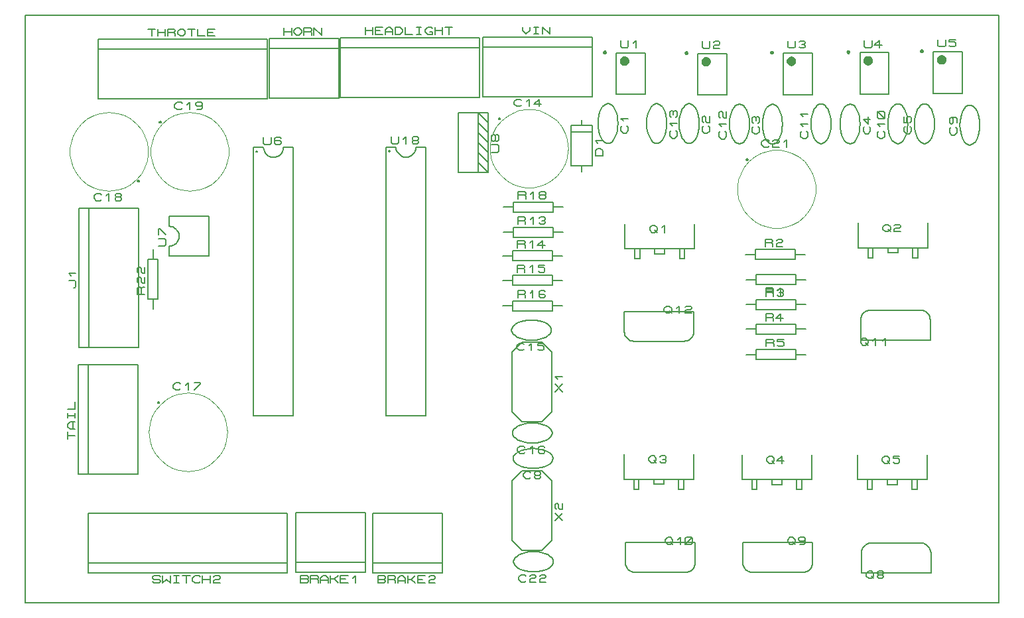
<source format=gbr>
G04 PROTEUS GERBER X2 FILE*
%TF.GenerationSoftware,Labcenter,Proteus,8.9-SP0-Build27865*%
%TF.CreationDate,2020-10-13T12:24:17+00:00*%
%TF.FileFunction,Legend,Top*%
%TF.FilePolarity,Positive*%
%TF.Part,Single*%
%TF.SameCoordinates,{eb038a7c-90c0-4424-89c4-d0a3f05e8ce7}*%
%FSLAX45Y45*%
%MOMM*%
G01*
%TA.AperFunction,Profile*%
%ADD23C,0.203200*%
%TA.AperFunction,Material*%
%ADD25C,0.203200*%
%ADD26C,0.250000*%
%ADD27C,0.200000*%
%ADD28C,0.600000*%
%ADD29C,0.120000*%
%TD.AperFunction*%
D23*
X-7503160Y+607060D02*
X+4927600Y+607060D01*
X+4927600Y+8105140D01*
X-7503160Y+8105140D01*
X-7503160Y+607060D01*
D25*
X-6570980Y+7035800D02*
X-4411980Y+7035800D01*
X-4411980Y+7797800D01*
X-6570980Y+7797800D01*
X-6570980Y+7035800D01*
X-6570980Y+7670800D02*
X-4411980Y+7670800D01*
X-5935980Y+7929880D02*
X-5840730Y+7929880D01*
X-5888355Y+7929880D02*
X-5888355Y+7838440D01*
X-5808980Y+7838440D02*
X-5808980Y+7929880D01*
X-5713730Y+7929880D02*
X-5713730Y+7838440D01*
X-5808980Y+7884160D02*
X-5713730Y+7884160D01*
X-5681980Y+7838440D02*
X-5681980Y+7929880D01*
X-5602605Y+7929880D01*
X-5586730Y+7914640D01*
X-5586730Y+7899400D01*
X-5602605Y+7884160D01*
X-5681980Y+7884160D01*
X-5602605Y+7884160D02*
X-5586730Y+7868920D01*
X-5586730Y+7838440D01*
X-5554980Y+7899400D02*
X-5523230Y+7929880D01*
X-5491480Y+7929880D01*
X-5459730Y+7899400D01*
X-5459730Y+7868920D01*
X-5491480Y+7838440D01*
X-5523230Y+7838440D01*
X-5554980Y+7868920D01*
X-5554980Y+7899400D01*
X-5427980Y+7929880D02*
X-5332730Y+7929880D01*
X-5380355Y+7929880D02*
X-5380355Y+7838440D01*
X-5300980Y+7929880D02*
X-5300980Y+7838440D01*
X-5205730Y+7838440D01*
X-5078730Y+7838440D02*
X-5173980Y+7838440D01*
X-5173980Y+7929880D01*
X-5078730Y+7929880D01*
X-5173980Y+7884160D02*
X-5110480Y+7884160D01*
X-3477260Y+7058660D02*
X-1699260Y+7058660D01*
X-1699260Y+7820660D01*
X-3477260Y+7820660D01*
X-3477260Y+7058660D01*
X-3477260Y+7693660D02*
X-1699260Y+7693660D01*
X-3159760Y+7861300D02*
X-3159760Y+7952740D01*
X-3064510Y+7952740D02*
X-3064510Y+7861300D01*
X-3159760Y+7907020D02*
X-3064510Y+7907020D01*
X-2937510Y+7861300D02*
X-3032760Y+7861300D01*
X-3032760Y+7952740D01*
X-2937510Y+7952740D01*
X-3032760Y+7907020D02*
X-2969260Y+7907020D01*
X-2905760Y+7861300D02*
X-2905760Y+7922260D01*
X-2874010Y+7952740D01*
X-2842260Y+7952740D01*
X-2810510Y+7922260D01*
X-2810510Y+7861300D01*
X-2905760Y+7891780D02*
X-2810510Y+7891780D01*
X-2778760Y+7861300D02*
X-2778760Y+7952740D01*
X-2715260Y+7952740D01*
X-2683510Y+7922260D01*
X-2683510Y+7891780D01*
X-2715260Y+7861300D01*
X-2778760Y+7861300D01*
X-2651760Y+7952740D02*
X-2651760Y+7861300D01*
X-2556510Y+7861300D01*
X-2508885Y+7952740D02*
X-2445385Y+7952740D01*
X-2477135Y+7952740D02*
X-2477135Y+7861300D01*
X-2508885Y+7861300D02*
X-2445385Y+7861300D01*
X-2334260Y+7891780D02*
X-2302510Y+7891780D01*
X-2302510Y+7861300D01*
X-2366010Y+7861300D01*
X-2397760Y+7891780D01*
X-2397760Y+7922260D01*
X-2366010Y+7952740D01*
X-2318385Y+7952740D01*
X-2302510Y+7937500D01*
X-2270760Y+7861300D02*
X-2270760Y+7952740D01*
X-2175510Y+7952740D02*
X-2175510Y+7861300D01*
X-2270760Y+7907020D02*
X-2175510Y+7907020D01*
X-2143760Y+7952740D02*
X-2048510Y+7952740D01*
X-2096135Y+7952740D02*
X-2096135Y+7861300D01*
X-4389120Y+7048500D02*
X-3500120Y+7048500D01*
X-3500120Y+7810500D01*
X-4389120Y+7810500D01*
X-4389120Y+7048500D01*
X-4389120Y+7683500D02*
X-3500120Y+7683500D01*
X-4198620Y+7851140D02*
X-4198620Y+7942580D01*
X-4103370Y+7942580D02*
X-4103370Y+7851140D01*
X-4198620Y+7896860D02*
X-4103370Y+7896860D01*
X-4071620Y+7912100D02*
X-4039870Y+7942580D01*
X-4008120Y+7942580D01*
X-3976370Y+7912100D01*
X-3976370Y+7881620D01*
X-4008120Y+7851140D01*
X-4039870Y+7851140D01*
X-4071620Y+7881620D01*
X-4071620Y+7912100D01*
X-3944620Y+7851140D02*
X-3944620Y+7942580D01*
X-3865245Y+7942580D01*
X-3849370Y+7927340D01*
X-3849370Y+7912100D01*
X-3865245Y+7896860D01*
X-3944620Y+7896860D01*
X-3865245Y+7896860D02*
X-3849370Y+7881620D01*
X-3849370Y+7851140D01*
X-3817620Y+7851140D02*
X-3817620Y+7942580D01*
X-3722370Y+7851140D01*
X-3722370Y+7942580D01*
X-6700520Y+988060D02*
X-4160520Y+988060D01*
X-4160520Y+1750060D01*
X-6700520Y+1750060D01*
X-6700520Y+988060D01*
X-4160520Y+1115060D02*
X-6700520Y+1115060D01*
X-5875020Y+871220D02*
X-5859145Y+855980D01*
X-5795645Y+855980D01*
X-5779770Y+871220D01*
X-5779770Y+886460D01*
X-5795645Y+901700D01*
X-5859145Y+901700D01*
X-5875020Y+916940D01*
X-5875020Y+932180D01*
X-5859145Y+947420D01*
X-5795645Y+947420D01*
X-5779770Y+932180D01*
X-5748020Y+947420D02*
X-5748020Y+855980D01*
X-5700395Y+901700D01*
X-5652770Y+855980D01*
X-5652770Y+947420D01*
X-5605145Y+947420D02*
X-5541645Y+947420D01*
X-5573395Y+947420D02*
X-5573395Y+855980D01*
X-5605145Y+855980D02*
X-5541645Y+855980D01*
X-5494020Y+947420D02*
X-5398770Y+947420D01*
X-5446395Y+947420D02*
X-5446395Y+855980D01*
X-5271770Y+871220D02*
X-5287645Y+855980D01*
X-5335270Y+855980D01*
X-5367020Y+886460D01*
X-5367020Y+916940D01*
X-5335270Y+947420D01*
X-5287645Y+947420D01*
X-5271770Y+932180D01*
X-5240020Y+855980D02*
X-5240020Y+947420D01*
X-5144770Y+947420D02*
X-5144770Y+855980D01*
X-5240020Y+901700D02*
X-5144770Y+901700D01*
X-5097145Y+932180D02*
X-5081270Y+947420D01*
X-5033645Y+947420D01*
X-5017770Y+932180D01*
X-5017770Y+916940D01*
X-5033645Y+901700D01*
X-5081270Y+901700D01*
X-5097145Y+886460D01*
X-5097145Y+855980D01*
X-5017770Y+855980D01*
X-4048760Y+990600D02*
X-3159760Y+990600D01*
X-3159760Y+1752600D01*
X-4048760Y+1752600D01*
X-4048760Y+990600D01*
X-3159760Y+1117600D02*
X-4048760Y+1117600D01*
X-3985260Y+858520D02*
X-3985260Y+949960D01*
X-3905885Y+949960D01*
X-3890010Y+934720D01*
X-3890010Y+919480D01*
X-3905885Y+904240D01*
X-3890010Y+889000D01*
X-3890010Y+873760D01*
X-3905885Y+858520D01*
X-3985260Y+858520D01*
X-3985260Y+904240D02*
X-3905885Y+904240D01*
X-3858260Y+858520D02*
X-3858260Y+949960D01*
X-3778885Y+949960D01*
X-3763010Y+934720D01*
X-3763010Y+919480D01*
X-3778885Y+904240D01*
X-3858260Y+904240D01*
X-3778885Y+904240D02*
X-3763010Y+889000D01*
X-3763010Y+858520D01*
X-3731260Y+858520D02*
X-3731260Y+919480D01*
X-3699510Y+949960D01*
X-3667760Y+949960D01*
X-3636010Y+919480D01*
X-3636010Y+858520D01*
X-3731260Y+889000D02*
X-3636010Y+889000D01*
X-3604260Y+949960D02*
X-3604260Y+858520D01*
X-3509010Y+949960D02*
X-3556635Y+904240D01*
X-3509010Y+858520D01*
X-3604260Y+904240D02*
X-3556635Y+904240D01*
X-3382010Y+858520D02*
X-3477260Y+858520D01*
X-3477260Y+949960D01*
X-3382010Y+949960D01*
X-3477260Y+904240D02*
X-3413760Y+904240D01*
X-3318510Y+919480D02*
X-3286760Y+949960D01*
X-3286760Y+858520D01*
X-3063240Y+988060D02*
X-2174240Y+988060D01*
X-2174240Y+1750060D01*
X-3063240Y+1750060D01*
X-3063240Y+988060D01*
X-2174240Y+1115060D02*
X-3063240Y+1115060D01*
X-2999740Y+855980D02*
X-2999740Y+947420D01*
X-2920365Y+947420D01*
X-2904490Y+932180D01*
X-2904490Y+916940D01*
X-2920365Y+901700D01*
X-2904490Y+886460D01*
X-2904490Y+871220D01*
X-2920365Y+855980D01*
X-2999740Y+855980D01*
X-2999740Y+901700D02*
X-2920365Y+901700D01*
X-2872740Y+855980D02*
X-2872740Y+947420D01*
X-2793365Y+947420D01*
X-2777490Y+932180D01*
X-2777490Y+916940D01*
X-2793365Y+901700D01*
X-2872740Y+901700D01*
X-2793365Y+901700D02*
X-2777490Y+886460D01*
X-2777490Y+855980D01*
X-2745740Y+855980D02*
X-2745740Y+916940D01*
X-2713990Y+947420D01*
X-2682240Y+947420D01*
X-2650490Y+916940D01*
X-2650490Y+855980D01*
X-2745740Y+886460D02*
X-2650490Y+886460D01*
X-2618740Y+947420D02*
X-2618740Y+855980D01*
X-2523490Y+947420D02*
X-2571115Y+901700D01*
X-2523490Y+855980D01*
X-2618740Y+901700D02*
X-2571115Y+901700D01*
X-2396490Y+855980D02*
X-2491740Y+855980D01*
X-2491740Y+947420D01*
X-2396490Y+947420D01*
X-2491740Y+901700D02*
X-2428240Y+901700D01*
X-2348865Y+932180D02*
X-2332990Y+947420D01*
X-2285365Y+947420D01*
X-2269490Y+932180D01*
X-2269490Y+916940D01*
X-2285365Y+901700D01*
X-2332990Y+901700D01*
X-2348865Y+886460D01*
X-2348865Y+855980D01*
X-2269490Y+855980D01*
X-6824980Y+2247900D02*
X-6062980Y+2247900D01*
X-6062980Y+3644900D01*
X-6824980Y+3644900D01*
X-6824980Y+2247900D01*
X-6697980Y+2247900D02*
X-6697980Y+3644900D01*
X-6957060Y+2692400D02*
X-6957060Y+2787650D01*
X-6957060Y+2740025D02*
X-6865620Y+2740025D01*
X-6865620Y+2819400D02*
X-6926580Y+2819400D01*
X-6957060Y+2851150D01*
X-6957060Y+2882900D01*
X-6926580Y+2914650D01*
X-6865620Y+2914650D01*
X-6896100Y+2819400D02*
X-6896100Y+2914650D01*
X-6957060Y+2962275D02*
X-6957060Y+3025775D01*
X-6957060Y+2994025D02*
X-6865620Y+2994025D01*
X-6865620Y+2962275D02*
X-6865620Y+3025775D01*
X-6957060Y+3073400D02*
X-6865620Y+3073400D01*
X-6865620Y+3168650D01*
D26*
X-93460Y+7633380D02*
X-93503Y+7634419D01*
X-93855Y+7636498D01*
X-94592Y+7638577D01*
X-95796Y+7640656D01*
X-97637Y+7642706D01*
X-99716Y+7644209D01*
X-101795Y+7645166D01*
X-103874Y+7645705D01*
X-105953Y+7645880D01*
X-105960Y+7645880D01*
X-118460Y+7633380D02*
X-118417Y+7634419D01*
X-118065Y+7636498D01*
X-117328Y+7638577D01*
X-116124Y+7640656D01*
X-114283Y+7642706D01*
X-112204Y+7644209D01*
X-110125Y+7645166D01*
X-108046Y+7645705D01*
X-105967Y+7645880D01*
X-105960Y+7645880D01*
X-118460Y+7633380D02*
X-118417Y+7632341D01*
X-118065Y+7630262D01*
X-117328Y+7628183D01*
X-116124Y+7626104D01*
X-114283Y+7624054D01*
X-112204Y+7622551D01*
X-110125Y+7621594D01*
X-108046Y+7621055D01*
X-105967Y+7620880D01*
X-105960Y+7620880D01*
X-93460Y+7633380D02*
X-93503Y+7632341D01*
X-93855Y+7630262D01*
X-94592Y+7628183D01*
X-95796Y+7626104D01*
X-97637Y+7624054D01*
X-99716Y+7622551D01*
X-101795Y+7621594D01*
X-103874Y+7621055D01*
X-105953Y+7620880D01*
X-105960Y+7620880D01*
D27*
X+44040Y+7093380D02*
X+414040Y+7093380D01*
X+414040Y+7623380D01*
X+44040Y+7623380D01*
X+44040Y+7093380D01*
D28*
X+174040Y+7523380D02*
X+173937Y+7525869D01*
X+173095Y+7530849D01*
X+171335Y+7535829D01*
X+168458Y+7540809D01*
X+164057Y+7545725D01*
X+159077Y+7549339D01*
X+154097Y+7551644D01*
X+149117Y+7552947D01*
X+144137Y+7553380D01*
X+144040Y+7553380D01*
X+114040Y+7523380D02*
X+114143Y+7525869D01*
X+114985Y+7530849D01*
X+116745Y+7535829D01*
X+119622Y+7540809D01*
X+124023Y+7545725D01*
X+129003Y+7549339D01*
X+133983Y+7551644D01*
X+138963Y+7552947D01*
X+143943Y+7553380D01*
X+144040Y+7553380D01*
X+114040Y+7523380D02*
X+114143Y+7520891D01*
X+114985Y+7515911D01*
X+116745Y+7510931D01*
X+119622Y+7505951D01*
X+124023Y+7501035D01*
X+129003Y+7497421D01*
X+133983Y+7495116D01*
X+138963Y+7493813D01*
X+143943Y+7493380D01*
X+144040Y+7493380D01*
X+174040Y+7523380D02*
X+173937Y+7520891D01*
X+173095Y+7515911D01*
X+171335Y+7510931D01*
X+168458Y+7505951D01*
X+164057Y+7501035D01*
X+159077Y+7497421D01*
X+154097Y+7495116D01*
X+149117Y+7493813D01*
X+144137Y+7493380D01*
X+144040Y+7493380D01*
D25*
X+102040Y+7780300D02*
X+102040Y+7704100D01*
X+117915Y+7688860D01*
X+181415Y+7688860D01*
X+197290Y+7704100D01*
X+197290Y+7780300D01*
X+260790Y+7749820D02*
X+292540Y+7780300D01*
X+292540Y+7688860D01*
D26*
X+947940Y+7625760D02*
X+947897Y+7626799D01*
X+947545Y+7628878D01*
X+946808Y+7630957D01*
X+945604Y+7633036D01*
X+943763Y+7635086D01*
X+941684Y+7636589D01*
X+939605Y+7637546D01*
X+937526Y+7638085D01*
X+935447Y+7638260D01*
X+935440Y+7638260D01*
X+922940Y+7625760D02*
X+922983Y+7626799D01*
X+923335Y+7628878D01*
X+924072Y+7630957D01*
X+925276Y+7633036D01*
X+927117Y+7635086D01*
X+929196Y+7636589D01*
X+931275Y+7637546D01*
X+933354Y+7638085D01*
X+935433Y+7638260D01*
X+935440Y+7638260D01*
X+922940Y+7625760D02*
X+922983Y+7624721D01*
X+923335Y+7622642D01*
X+924072Y+7620563D01*
X+925276Y+7618484D01*
X+927117Y+7616434D01*
X+929196Y+7614931D01*
X+931275Y+7613974D01*
X+933354Y+7613435D01*
X+935433Y+7613260D01*
X+935440Y+7613260D01*
X+947940Y+7625760D02*
X+947897Y+7624721D01*
X+947545Y+7622642D01*
X+946808Y+7620563D01*
X+945604Y+7618484D01*
X+943763Y+7616434D01*
X+941684Y+7614931D01*
X+939605Y+7613974D01*
X+937526Y+7613435D01*
X+935447Y+7613260D01*
X+935440Y+7613260D01*
D27*
X+1085440Y+7085760D02*
X+1455440Y+7085760D01*
X+1455440Y+7615760D01*
X+1085440Y+7615760D01*
X+1085440Y+7085760D01*
D28*
X+1215440Y+7515760D02*
X+1215337Y+7518249D01*
X+1214495Y+7523229D01*
X+1212735Y+7528209D01*
X+1209858Y+7533189D01*
X+1205457Y+7538105D01*
X+1200477Y+7541719D01*
X+1195497Y+7544024D01*
X+1190517Y+7545327D01*
X+1185537Y+7545760D01*
X+1185440Y+7545760D01*
X+1155440Y+7515760D02*
X+1155543Y+7518249D01*
X+1156385Y+7523229D01*
X+1158145Y+7528209D01*
X+1161022Y+7533189D01*
X+1165423Y+7538105D01*
X+1170403Y+7541719D01*
X+1175383Y+7544024D01*
X+1180363Y+7545327D01*
X+1185343Y+7545760D01*
X+1185440Y+7545760D01*
X+1155440Y+7515760D02*
X+1155543Y+7513271D01*
X+1156385Y+7508291D01*
X+1158145Y+7503311D01*
X+1161022Y+7498331D01*
X+1165423Y+7493415D01*
X+1170403Y+7489801D01*
X+1175383Y+7487496D01*
X+1180363Y+7486193D01*
X+1185343Y+7485760D01*
X+1185440Y+7485760D01*
X+1215440Y+7515760D02*
X+1215337Y+7513271D01*
X+1214495Y+7508291D01*
X+1212735Y+7503311D01*
X+1209858Y+7498331D01*
X+1205457Y+7493415D01*
X+1200477Y+7489801D01*
X+1195497Y+7487496D01*
X+1190517Y+7486193D01*
X+1185537Y+7485760D01*
X+1185440Y+7485760D01*
D25*
X+1143440Y+7772680D02*
X+1143440Y+7696480D01*
X+1159315Y+7681240D01*
X+1222815Y+7681240D01*
X+1238690Y+7696480D01*
X+1238690Y+7772680D01*
X+1286315Y+7757440D02*
X+1302190Y+7772680D01*
X+1349815Y+7772680D01*
X+1365690Y+7757440D01*
X+1365690Y+7742200D01*
X+1349815Y+7726960D01*
X+1302190Y+7726960D01*
X+1286315Y+7711720D01*
X+1286315Y+7681240D01*
X+1365690Y+7681240D01*
D26*
X+2037600Y+7630840D02*
X+2037557Y+7631879D01*
X+2037205Y+7633958D01*
X+2036468Y+7636037D01*
X+2035264Y+7638116D01*
X+2033423Y+7640166D01*
X+2031344Y+7641669D01*
X+2029265Y+7642626D01*
X+2027186Y+7643165D01*
X+2025107Y+7643340D01*
X+2025100Y+7643340D01*
X+2012600Y+7630840D02*
X+2012643Y+7631879D01*
X+2012995Y+7633958D01*
X+2013732Y+7636037D01*
X+2014936Y+7638116D01*
X+2016777Y+7640166D01*
X+2018856Y+7641669D01*
X+2020935Y+7642626D01*
X+2023014Y+7643165D01*
X+2025093Y+7643340D01*
X+2025100Y+7643340D01*
X+2012600Y+7630840D02*
X+2012643Y+7629801D01*
X+2012995Y+7627722D01*
X+2013732Y+7625643D01*
X+2014936Y+7623564D01*
X+2016777Y+7621514D01*
X+2018856Y+7620011D01*
X+2020935Y+7619054D01*
X+2023014Y+7618515D01*
X+2025093Y+7618340D01*
X+2025100Y+7618340D01*
X+2037600Y+7630840D02*
X+2037557Y+7629801D01*
X+2037205Y+7627722D01*
X+2036468Y+7625643D01*
X+2035264Y+7623564D01*
X+2033423Y+7621514D01*
X+2031344Y+7620011D01*
X+2029265Y+7619054D01*
X+2027186Y+7618515D01*
X+2025107Y+7618340D01*
X+2025100Y+7618340D01*
D27*
X+2175100Y+7090840D02*
X+2545100Y+7090840D01*
X+2545100Y+7620840D01*
X+2175100Y+7620840D01*
X+2175100Y+7090840D01*
D28*
X+2305100Y+7520840D02*
X+2304997Y+7523329D01*
X+2304155Y+7528309D01*
X+2302395Y+7533289D01*
X+2299518Y+7538269D01*
X+2295117Y+7543185D01*
X+2290137Y+7546799D01*
X+2285157Y+7549104D01*
X+2280177Y+7550407D01*
X+2275197Y+7550840D01*
X+2275100Y+7550840D01*
X+2245100Y+7520840D02*
X+2245203Y+7523329D01*
X+2246045Y+7528309D01*
X+2247805Y+7533289D01*
X+2250682Y+7538269D01*
X+2255083Y+7543185D01*
X+2260063Y+7546799D01*
X+2265043Y+7549104D01*
X+2270023Y+7550407D01*
X+2275003Y+7550840D01*
X+2275100Y+7550840D01*
X+2245100Y+7520840D02*
X+2245203Y+7518351D01*
X+2246045Y+7513371D01*
X+2247805Y+7508391D01*
X+2250682Y+7503411D01*
X+2255083Y+7498495D01*
X+2260063Y+7494881D01*
X+2265043Y+7492576D01*
X+2270023Y+7491273D01*
X+2275003Y+7490840D01*
X+2275100Y+7490840D01*
X+2305100Y+7520840D02*
X+2304997Y+7518351D01*
X+2304155Y+7513371D01*
X+2302395Y+7508391D01*
X+2299518Y+7503411D01*
X+2295117Y+7498495D01*
X+2290137Y+7494881D01*
X+2285157Y+7492576D01*
X+2280177Y+7491273D01*
X+2275197Y+7490840D01*
X+2275100Y+7490840D01*
D25*
X+2233100Y+7777760D02*
X+2233100Y+7701560D01*
X+2248975Y+7686320D01*
X+2312475Y+7686320D01*
X+2328350Y+7701560D01*
X+2328350Y+7777760D01*
X+2375975Y+7762520D02*
X+2391850Y+7777760D01*
X+2439475Y+7777760D01*
X+2455350Y+7762520D01*
X+2455350Y+7747280D01*
X+2439475Y+7732040D01*
X+2455350Y+7716800D01*
X+2455350Y+7701560D01*
X+2439475Y+7686320D01*
X+2391850Y+7686320D01*
X+2375975Y+7701560D01*
X+2407725Y+7732040D02*
X+2439475Y+7732040D01*
D26*
X+3015500Y+7638460D02*
X+3015457Y+7639499D01*
X+3015105Y+7641578D01*
X+3014368Y+7643657D01*
X+3013164Y+7645736D01*
X+3011323Y+7647786D01*
X+3009244Y+7649289D01*
X+3007165Y+7650246D01*
X+3005086Y+7650785D01*
X+3003007Y+7650960D01*
X+3003000Y+7650960D01*
X+2990500Y+7638460D02*
X+2990543Y+7639499D01*
X+2990895Y+7641578D01*
X+2991632Y+7643657D01*
X+2992836Y+7645736D01*
X+2994677Y+7647786D01*
X+2996756Y+7649289D01*
X+2998835Y+7650246D01*
X+3000914Y+7650785D01*
X+3002993Y+7650960D01*
X+3003000Y+7650960D01*
X+2990500Y+7638460D02*
X+2990543Y+7637421D01*
X+2990895Y+7635342D01*
X+2991632Y+7633263D01*
X+2992836Y+7631184D01*
X+2994677Y+7629134D01*
X+2996756Y+7627631D01*
X+2998835Y+7626674D01*
X+3000914Y+7626135D01*
X+3002993Y+7625960D01*
X+3003000Y+7625960D01*
X+3015500Y+7638460D02*
X+3015457Y+7637421D01*
X+3015105Y+7635342D01*
X+3014368Y+7633263D01*
X+3013164Y+7631184D01*
X+3011323Y+7629134D01*
X+3009244Y+7627631D01*
X+3007165Y+7626674D01*
X+3005086Y+7626135D01*
X+3003007Y+7625960D01*
X+3003000Y+7625960D01*
D27*
X+3153000Y+7098460D02*
X+3523000Y+7098460D01*
X+3523000Y+7628460D01*
X+3153000Y+7628460D01*
X+3153000Y+7098460D01*
D28*
X+3283000Y+7528460D02*
X+3282897Y+7530949D01*
X+3282055Y+7535929D01*
X+3280295Y+7540909D01*
X+3277418Y+7545889D01*
X+3273017Y+7550805D01*
X+3268037Y+7554419D01*
X+3263057Y+7556724D01*
X+3258077Y+7558027D01*
X+3253097Y+7558460D01*
X+3253000Y+7558460D01*
X+3223000Y+7528460D02*
X+3223103Y+7530949D01*
X+3223945Y+7535929D01*
X+3225705Y+7540909D01*
X+3228582Y+7545889D01*
X+3232983Y+7550805D01*
X+3237963Y+7554419D01*
X+3242943Y+7556724D01*
X+3247923Y+7558027D01*
X+3252903Y+7558460D01*
X+3253000Y+7558460D01*
X+3223000Y+7528460D02*
X+3223103Y+7525971D01*
X+3223945Y+7520991D01*
X+3225705Y+7516011D01*
X+3228582Y+7511031D01*
X+3232983Y+7506115D01*
X+3237963Y+7502501D01*
X+3242943Y+7500196D01*
X+3247923Y+7498893D01*
X+3252903Y+7498460D01*
X+3253000Y+7498460D01*
X+3283000Y+7528460D02*
X+3282897Y+7525971D01*
X+3282055Y+7520991D01*
X+3280295Y+7516011D01*
X+3277418Y+7511031D01*
X+3273017Y+7506115D01*
X+3268037Y+7502501D01*
X+3263057Y+7500196D01*
X+3258077Y+7498893D01*
X+3253097Y+7498460D01*
X+3253000Y+7498460D01*
D25*
X+3211000Y+7785380D02*
X+3211000Y+7709180D01*
X+3226875Y+7693940D01*
X+3290375Y+7693940D01*
X+3306250Y+7709180D01*
X+3306250Y+7785380D01*
X+3433250Y+7724420D02*
X+3338000Y+7724420D01*
X+3401500Y+7785380D01*
X+3401500Y+7693940D01*
D26*
X+3954420Y+7648620D02*
X+3954377Y+7649659D01*
X+3954025Y+7651738D01*
X+3953288Y+7653817D01*
X+3952084Y+7655896D01*
X+3950243Y+7657946D01*
X+3948164Y+7659449D01*
X+3946085Y+7660406D01*
X+3944006Y+7660945D01*
X+3941927Y+7661120D01*
X+3941920Y+7661120D01*
X+3929420Y+7648620D02*
X+3929463Y+7649659D01*
X+3929815Y+7651738D01*
X+3930552Y+7653817D01*
X+3931756Y+7655896D01*
X+3933597Y+7657946D01*
X+3935676Y+7659449D01*
X+3937755Y+7660406D01*
X+3939834Y+7660945D01*
X+3941913Y+7661120D01*
X+3941920Y+7661120D01*
X+3929420Y+7648620D02*
X+3929463Y+7647581D01*
X+3929815Y+7645502D01*
X+3930552Y+7643423D01*
X+3931756Y+7641344D01*
X+3933597Y+7639294D01*
X+3935676Y+7637791D01*
X+3937755Y+7636834D01*
X+3939834Y+7636295D01*
X+3941913Y+7636120D01*
X+3941920Y+7636120D01*
X+3954420Y+7648620D02*
X+3954377Y+7647581D01*
X+3954025Y+7645502D01*
X+3953288Y+7643423D01*
X+3952084Y+7641344D01*
X+3950243Y+7639294D01*
X+3948164Y+7637791D01*
X+3946085Y+7636834D01*
X+3944006Y+7636295D01*
X+3941927Y+7636120D01*
X+3941920Y+7636120D01*
D27*
X+4091920Y+7108620D02*
X+4461920Y+7108620D01*
X+4461920Y+7638620D01*
X+4091920Y+7638620D01*
X+4091920Y+7108620D01*
D28*
X+4221920Y+7538620D02*
X+4221817Y+7541109D01*
X+4220975Y+7546089D01*
X+4219215Y+7551069D01*
X+4216338Y+7556049D01*
X+4211937Y+7560965D01*
X+4206957Y+7564579D01*
X+4201977Y+7566884D01*
X+4196997Y+7568187D01*
X+4192017Y+7568620D01*
X+4191920Y+7568620D01*
X+4161920Y+7538620D02*
X+4162023Y+7541109D01*
X+4162865Y+7546089D01*
X+4164625Y+7551069D01*
X+4167502Y+7556049D01*
X+4171903Y+7560965D01*
X+4176883Y+7564579D01*
X+4181863Y+7566884D01*
X+4186843Y+7568187D01*
X+4191823Y+7568620D01*
X+4191920Y+7568620D01*
X+4161920Y+7538620D02*
X+4162023Y+7536131D01*
X+4162865Y+7531151D01*
X+4164625Y+7526171D01*
X+4167502Y+7521191D01*
X+4171903Y+7516275D01*
X+4176883Y+7512661D01*
X+4181863Y+7510356D01*
X+4186843Y+7509053D01*
X+4191823Y+7508620D01*
X+4191920Y+7508620D01*
X+4221920Y+7538620D02*
X+4221817Y+7536131D01*
X+4220975Y+7531151D01*
X+4219215Y+7526171D01*
X+4216338Y+7521191D01*
X+4211937Y+7516275D01*
X+4206957Y+7512661D01*
X+4201977Y+7510356D01*
X+4196997Y+7509053D01*
X+4192017Y+7508620D01*
X+4191920Y+7508620D01*
D25*
X+4149920Y+7795540D02*
X+4149920Y+7719340D01*
X+4165795Y+7704100D01*
X+4229295Y+7704100D01*
X+4245170Y+7719340D01*
X+4245170Y+7795540D01*
X+4372170Y+7795540D02*
X+4292795Y+7795540D01*
X+4292795Y+7765060D01*
X+4356295Y+7765060D01*
X+4372170Y+7749820D01*
X+4372170Y+7719340D01*
X+4356295Y+7704100D01*
X+4308670Y+7704100D01*
X+4292795Y+7719340D01*
X+152400Y+5440680D02*
X+152400Y+5123180D01*
X+1041400Y+5123180D01*
X+1041400Y+5440680D01*
X+279400Y+5123180D02*
X+279400Y+4996180D01*
X+342900Y+4996180D02*
X+342900Y+5123180D01*
X+279400Y+4996180D02*
X+342900Y+4996180D01*
X+533400Y+5123180D02*
X+533400Y+5059680D01*
X+660400Y+5059680D01*
X+660400Y+5123180D01*
X+850900Y+5123180D02*
X+850900Y+4996180D01*
X+914400Y+4996180D01*
X+914400Y+5123180D01*
X+469900Y+5392420D02*
X+501650Y+5422900D01*
X+533400Y+5422900D01*
X+565150Y+5392420D01*
X+565150Y+5361940D01*
X+533400Y+5331460D01*
X+501650Y+5331460D01*
X+469900Y+5361940D01*
X+469900Y+5392420D01*
X+533400Y+5361940D02*
X+565150Y+5331460D01*
X+628650Y+5392420D02*
X+660400Y+5422900D01*
X+660400Y+5331460D01*
X+3129280Y+5450840D02*
X+3129280Y+5133340D01*
X+4018280Y+5133340D01*
X+4018280Y+5450840D01*
X+3256280Y+5133340D02*
X+3256280Y+5006340D01*
X+3319780Y+5006340D02*
X+3319780Y+5133340D01*
X+3256280Y+5006340D02*
X+3319780Y+5006340D01*
X+3510280Y+5133340D02*
X+3510280Y+5069840D01*
X+3637280Y+5069840D01*
X+3637280Y+5133340D01*
X+3827780Y+5133340D02*
X+3827780Y+5006340D01*
X+3891280Y+5006340D01*
X+3891280Y+5133340D01*
X+3446780Y+5402580D02*
X+3478530Y+5433060D01*
X+3510280Y+5433060D01*
X+3542030Y+5402580D01*
X+3542030Y+5372100D01*
X+3510280Y+5341620D01*
X+3478530Y+5341620D01*
X+3446780Y+5372100D01*
X+3446780Y+5402580D01*
X+3510280Y+5372100D02*
X+3542030Y+5341620D01*
X+3589655Y+5417820D02*
X+3605530Y+5433060D01*
X+3653155Y+5433060D01*
X+3669030Y+5417820D01*
X+3669030Y+5402580D01*
X+3653155Y+5387340D01*
X+3605530Y+5387340D01*
X+3589655Y+5372100D01*
X+3589655Y+5341620D01*
X+3669030Y+5341620D01*
X+139700Y+2499360D02*
X+139700Y+2181860D01*
X+1028700Y+2181860D01*
X+1028700Y+2499360D01*
X+266700Y+2181860D02*
X+266700Y+2054860D01*
X+330200Y+2054860D02*
X+330200Y+2181860D01*
X+266700Y+2054860D02*
X+330200Y+2054860D01*
X+520700Y+2181860D02*
X+520700Y+2118360D01*
X+647700Y+2118360D01*
X+647700Y+2181860D01*
X+838200Y+2181860D02*
X+838200Y+2054860D01*
X+901700Y+2054860D01*
X+901700Y+2181860D01*
X+457200Y+2451100D02*
X+488950Y+2481580D01*
X+520700Y+2481580D01*
X+552450Y+2451100D01*
X+552450Y+2420620D01*
X+520700Y+2390140D01*
X+488950Y+2390140D01*
X+457200Y+2420620D01*
X+457200Y+2451100D01*
X+520700Y+2420620D02*
X+552450Y+2390140D01*
X+600075Y+2466340D02*
X+615950Y+2481580D01*
X+663575Y+2481580D01*
X+679450Y+2466340D01*
X+679450Y+2451100D01*
X+663575Y+2435860D01*
X+679450Y+2420620D01*
X+679450Y+2405380D01*
X+663575Y+2390140D01*
X+615950Y+2390140D01*
X+600075Y+2405380D01*
X+631825Y+2435860D02*
X+663575Y+2435860D01*
X+1645920Y+2494280D02*
X+1645920Y+2176780D01*
X+2534920Y+2176780D01*
X+2534920Y+2494280D01*
X+1772920Y+2176780D02*
X+1772920Y+2049780D01*
X+1836420Y+2049780D02*
X+1836420Y+2176780D01*
X+1772920Y+2049780D02*
X+1836420Y+2049780D01*
X+2026920Y+2176780D02*
X+2026920Y+2113280D01*
X+2153920Y+2113280D01*
X+2153920Y+2176780D01*
X+2344420Y+2176780D02*
X+2344420Y+2049780D01*
X+2407920Y+2049780D01*
X+2407920Y+2176780D01*
X+1963420Y+2446020D02*
X+1995170Y+2476500D01*
X+2026920Y+2476500D01*
X+2058670Y+2446020D01*
X+2058670Y+2415540D01*
X+2026920Y+2385060D01*
X+1995170Y+2385060D01*
X+1963420Y+2415540D01*
X+1963420Y+2446020D01*
X+2026920Y+2415540D02*
X+2058670Y+2385060D01*
X+2185670Y+2415540D02*
X+2090420Y+2415540D01*
X+2153920Y+2476500D01*
X+2153920Y+2385060D01*
X+3119120Y+2494280D02*
X+3119120Y+2176780D01*
X+4008120Y+2176780D01*
X+4008120Y+2494280D01*
X+3246120Y+2176780D02*
X+3246120Y+2049780D01*
X+3309620Y+2049780D02*
X+3309620Y+2176780D01*
X+3246120Y+2049780D02*
X+3309620Y+2049780D01*
X+3500120Y+2176780D02*
X+3500120Y+2113280D01*
X+3627120Y+2113280D01*
X+3627120Y+2176780D01*
X+3817620Y+2176780D02*
X+3817620Y+2049780D01*
X+3881120Y+2049780D01*
X+3881120Y+2176780D01*
X+3436620Y+2446020D02*
X+3468370Y+2476500D01*
X+3500120Y+2476500D01*
X+3531870Y+2446020D01*
X+3531870Y+2415540D01*
X+3500120Y+2385060D01*
X+3468370Y+2385060D01*
X+3436620Y+2415540D01*
X+3436620Y+2446020D01*
X+3500120Y+2415540D02*
X+3531870Y+2385060D01*
X+3658870Y+2476500D02*
X+3579495Y+2476500D01*
X+3579495Y+2446020D01*
X+3642995Y+2446020D01*
X+3658870Y+2430780D01*
X+3658870Y+2400300D01*
X+3642995Y+2385060D01*
X+3595370Y+2385060D01*
X+3579495Y+2400300D01*
D29*
X+2588960Y+5887720D02*
X+2587429Y+5926820D01*
X+2575006Y+6005021D01*
X+2549154Y+6083222D01*
X+2507394Y+6161423D01*
X+2444155Y+6239624D01*
X+2365962Y+6303977D01*
X+2287761Y+6346499D01*
X+2209560Y+6372958D01*
X+2131359Y+6385919D01*
X+2088960Y+6387720D01*
X+1588960Y+5887720D02*
X+1590491Y+5926820D01*
X+1602914Y+6005021D01*
X+1628766Y+6083222D01*
X+1670526Y+6161423D01*
X+1733765Y+6239624D01*
X+1811958Y+6303977D01*
X+1890159Y+6346499D01*
X+1968360Y+6372958D01*
X+2046561Y+6385919D01*
X+2088960Y+6387720D01*
X+1588960Y+5887720D02*
X+1590491Y+5848620D01*
X+1602914Y+5770419D01*
X+1628766Y+5692218D01*
X+1670526Y+5614017D01*
X+1733765Y+5535816D01*
X+1811958Y+5471463D01*
X+1890159Y+5428941D01*
X+1968360Y+5402482D01*
X+2046561Y+5389521D01*
X+2088960Y+5387720D01*
X+2588960Y+5887720D02*
X+2587429Y+5848620D01*
X+2575006Y+5770419D01*
X+2549154Y+5692218D01*
X+2507394Y+5614017D01*
X+2444155Y+5535816D01*
X+2365962Y+5471463D01*
X+2287761Y+5428941D01*
X+2209560Y+5402482D01*
X+2131359Y+5389521D01*
X+2088960Y+5387720D01*
D27*
X+1722960Y+6263720D02*
X+1722925Y+6264551D01*
X+1722644Y+6266215D01*
X+1722054Y+6267879D01*
X+1721090Y+6269543D01*
X+1719615Y+6271184D01*
X+1717951Y+6272385D01*
X+1716287Y+6273150D01*
X+1714623Y+6273581D01*
X+1712960Y+6273720D01*
X+1702960Y+6263720D02*
X+1702995Y+6264551D01*
X+1703276Y+6266215D01*
X+1703866Y+6267879D01*
X+1704830Y+6269543D01*
X+1706305Y+6271184D01*
X+1707969Y+6272385D01*
X+1709633Y+6273150D01*
X+1711297Y+6273581D01*
X+1712960Y+6273720D01*
X+1702960Y+6263720D02*
X+1702995Y+6262889D01*
X+1703276Y+6261225D01*
X+1703866Y+6259561D01*
X+1704830Y+6257897D01*
X+1706305Y+6256256D01*
X+1707969Y+6255055D01*
X+1709633Y+6254290D01*
X+1711297Y+6253859D01*
X+1712960Y+6253720D01*
X+1722960Y+6263720D02*
X+1722925Y+6262889D01*
X+1722644Y+6261225D01*
X+1722054Y+6259561D01*
X+1721090Y+6257897D01*
X+1719615Y+6256256D01*
X+1717951Y+6255055D01*
X+1716287Y+6254290D01*
X+1714623Y+6253859D01*
X+1712960Y+6253720D01*
D25*
X+1993710Y+6439440D02*
X+1977835Y+6424200D01*
X+1930210Y+6424200D01*
X+1898460Y+6454680D01*
X+1898460Y+6485160D01*
X+1930210Y+6515640D01*
X+1977835Y+6515640D01*
X+1993710Y+6500400D01*
X+2041335Y+6500400D02*
X+2057210Y+6515640D01*
X+2104835Y+6515640D01*
X+2120710Y+6500400D01*
X+2120710Y+6485160D01*
X+2104835Y+6469920D01*
X+2057210Y+6469920D01*
X+2041335Y+6454680D01*
X+2041335Y+6424200D01*
X+2120710Y+6424200D01*
X+2184210Y+6485160D02*
X+2215960Y+6515640D01*
X+2215960Y+6424200D01*
X-63500Y+6977380D02*
X-37624Y+6972300D01*
X-13652Y+6957695D01*
X+7938Y+6934518D01*
X+26670Y+6903720D01*
X+42069Y+6866255D01*
X+53658Y+6823075D01*
X+60960Y+6775132D01*
X+63500Y+6723380D01*
X-63500Y+6469380D02*
X-37624Y+6474460D01*
X-13652Y+6489065D01*
X+7938Y+6512242D01*
X+26670Y+6543040D01*
X+42069Y+6580505D01*
X+53658Y+6623685D01*
X+60960Y+6671628D01*
X+63500Y+6723380D01*
X-63500Y+6977380D02*
X-89376Y+6972300D01*
X-113348Y+6957695D01*
X-134938Y+6934518D01*
X-153670Y+6903720D01*
X-169069Y+6866255D01*
X-180658Y+6823075D01*
X-187960Y+6775132D01*
X-190500Y+6723380D01*
X-63500Y+6469380D02*
X-89376Y+6474460D01*
X-113348Y+6489065D01*
X-134938Y+6512242D01*
X-153670Y+6543040D01*
X-169069Y+6580505D01*
X-180658Y+6623685D01*
X-187960Y+6671628D01*
X-190500Y+6723380D01*
X+180340Y+6691630D02*
X+195580Y+6675755D01*
X+195580Y+6628130D01*
X+165100Y+6596380D01*
X+134620Y+6596380D01*
X+104140Y+6628130D01*
X+104140Y+6675755D01*
X+119380Y+6691630D01*
X+134620Y+6755130D02*
X+104140Y+6786880D01*
X+195580Y+6786880D01*
X+972820Y+6974840D02*
X+998696Y+6969760D01*
X+1022668Y+6955155D01*
X+1044258Y+6931978D01*
X+1062990Y+6901180D01*
X+1078389Y+6863715D01*
X+1089978Y+6820535D01*
X+1097280Y+6772592D01*
X+1099820Y+6720840D01*
X+972820Y+6466840D02*
X+998696Y+6471920D01*
X+1022668Y+6486525D01*
X+1044258Y+6509702D01*
X+1062990Y+6540500D01*
X+1078389Y+6577965D01*
X+1089978Y+6621145D01*
X+1097280Y+6669088D01*
X+1099820Y+6720840D01*
X+972820Y+6974840D02*
X+946944Y+6969760D01*
X+922972Y+6955155D01*
X+901382Y+6931978D01*
X+882650Y+6901180D01*
X+867251Y+6863715D01*
X+855662Y+6820535D01*
X+848360Y+6772592D01*
X+845820Y+6720840D01*
X+972820Y+6466840D02*
X+946944Y+6471920D01*
X+922972Y+6486525D01*
X+901382Y+6509702D01*
X+882650Y+6540500D01*
X+867251Y+6577965D01*
X+855662Y+6621145D01*
X+848360Y+6669088D01*
X+845820Y+6720840D01*
X+1216660Y+6689090D02*
X+1231900Y+6673215D01*
X+1231900Y+6625590D01*
X+1201420Y+6593840D01*
X+1170940Y+6593840D01*
X+1140460Y+6625590D01*
X+1140460Y+6673215D01*
X+1155700Y+6689090D01*
X+1155700Y+6736715D02*
X+1140460Y+6752590D01*
X+1140460Y+6800215D01*
X+1155700Y+6816090D01*
X+1170940Y+6816090D01*
X+1186180Y+6800215D01*
X+1186180Y+6752590D01*
X+1201420Y+6736715D01*
X+1231900Y+6736715D01*
X+1231900Y+6816090D01*
X+2037080Y+6459220D02*
X+2011204Y+6464300D01*
X+1987232Y+6478905D01*
X+1965642Y+6502082D01*
X+1946910Y+6532880D01*
X+1931511Y+6570345D01*
X+1919922Y+6613525D01*
X+1912620Y+6661468D01*
X+1910080Y+6713220D01*
X+2037080Y+6967220D02*
X+2011204Y+6962140D01*
X+1987232Y+6947535D01*
X+1965642Y+6924358D01*
X+1946910Y+6893560D01*
X+1931511Y+6856095D01*
X+1919922Y+6812915D01*
X+1912620Y+6764972D01*
X+1910080Y+6713220D01*
X+2037080Y+6459220D02*
X+2062956Y+6464300D01*
X+2086928Y+6478905D01*
X+2108518Y+6502082D01*
X+2127250Y+6532880D01*
X+2142649Y+6570345D01*
X+2154238Y+6613525D01*
X+2161540Y+6661468D01*
X+2164080Y+6713220D01*
X+2037080Y+6967220D02*
X+2062956Y+6962140D01*
X+2086928Y+6947535D01*
X+2108518Y+6924358D01*
X+2127250Y+6893560D01*
X+2142649Y+6856095D01*
X+2154238Y+6812915D01*
X+2161540Y+6764972D01*
X+2164080Y+6713220D01*
X+1854200Y+6681470D02*
X+1869440Y+6665595D01*
X+1869440Y+6617970D01*
X+1838960Y+6586220D01*
X+1808480Y+6586220D01*
X+1778000Y+6617970D01*
X+1778000Y+6665595D01*
X+1793240Y+6681470D01*
X+1793240Y+6729095D02*
X+1778000Y+6744970D01*
X+1778000Y+6792595D01*
X+1793240Y+6808470D01*
X+1808480Y+6808470D01*
X+1823720Y+6792595D01*
X+1838960Y+6808470D01*
X+1854200Y+6808470D01*
X+1869440Y+6792595D01*
X+1869440Y+6744970D01*
X+1854200Y+6729095D01*
X+1823720Y+6760845D02*
X+1823720Y+6792595D01*
X+3027680Y+6969760D02*
X+3053556Y+6964680D01*
X+3077528Y+6950075D01*
X+3099118Y+6926898D01*
X+3117850Y+6896100D01*
X+3133249Y+6858635D01*
X+3144838Y+6815455D01*
X+3152140Y+6767512D01*
X+3154680Y+6715760D01*
X+3027680Y+6461760D02*
X+3053556Y+6466840D01*
X+3077528Y+6481445D01*
X+3099118Y+6504622D01*
X+3117850Y+6535420D01*
X+3133249Y+6572885D01*
X+3144838Y+6616065D01*
X+3152140Y+6664008D01*
X+3154680Y+6715760D01*
X+3027680Y+6969760D02*
X+3001804Y+6964680D01*
X+2977832Y+6950075D01*
X+2956242Y+6926898D01*
X+2937510Y+6896100D01*
X+2922111Y+6858635D01*
X+2910522Y+6815455D01*
X+2903220Y+6767512D01*
X+2900680Y+6715760D01*
X+3027680Y+6461760D02*
X+3001804Y+6466840D01*
X+2977832Y+6481445D01*
X+2956242Y+6504622D01*
X+2937510Y+6535420D01*
X+2922111Y+6572885D01*
X+2910522Y+6616065D01*
X+2903220Y+6664008D01*
X+2900680Y+6715760D01*
X+3271520Y+6684010D02*
X+3286760Y+6668135D01*
X+3286760Y+6620510D01*
X+3256280Y+6588760D01*
X+3225800Y+6588760D01*
X+3195320Y+6620510D01*
X+3195320Y+6668135D01*
X+3210560Y+6684010D01*
X+3256280Y+6811010D02*
X+3256280Y+6715760D01*
X+3195320Y+6779260D01*
X+3286760Y+6779260D01*
X+3977640Y+6464300D02*
X+3951764Y+6469380D01*
X+3927792Y+6483985D01*
X+3906202Y+6507162D01*
X+3887470Y+6537960D01*
X+3872071Y+6575425D01*
X+3860482Y+6618605D01*
X+3853180Y+6666548D01*
X+3850640Y+6718300D01*
X+3977640Y+6972300D02*
X+3951764Y+6967220D01*
X+3927792Y+6952615D01*
X+3906202Y+6929438D01*
X+3887470Y+6898640D01*
X+3872071Y+6861175D01*
X+3860482Y+6817995D01*
X+3853180Y+6770052D01*
X+3850640Y+6718300D01*
X+3977640Y+6464300D02*
X+4003516Y+6469380D01*
X+4027488Y+6483985D01*
X+4049078Y+6507162D01*
X+4067810Y+6537960D01*
X+4083209Y+6575425D01*
X+4094798Y+6618605D01*
X+4102100Y+6666548D01*
X+4104640Y+6718300D01*
X+3977640Y+6972300D02*
X+4003516Y+6967220D01*
X+4027488Y+6952615D01*
X+4049078Y+6929438D01*
X+4067810Y+6898640D01*
X+4083209Y+6861175D01*
X+4094798Y+6817995D01*
X+4102100Y+6770052D01*
X+4104640Y+6718300D01*
X+3794760Y+6686550D02*
X+3810000Y+6670675D01*
X+3810000Y+6623050D01*
X+3779520Y+6591300D01*
X+3749040Y+6591300D01*
X+3718560Y+6623050D01*
X+3718560Y+6670675D01*
X+3733800Y+6686550D01*
X+3718560Y+6813550D02*
X+3718560Y+6734175D01*
X+3749040Y+6734175D01*
X+3749040Y+6797675D01*
X+3764280Y+6813550D01*
X+3794760Y+6813550D01*
X+3810000Y+6797675D01*
X+3810000Y+6750050D01*
X+3794760Y+6734175D01*
X+1033780Y+4323080D02*
X+144780Y+4323080D01*
X+1033780Y+4323080D02*
X+1033780Y+4069080D01*
X+144780Y+4323080D02*
X+144780Y+4069080D01*
X+906780Y+3942080D02*
X+271780Y+3942080D01*
X+1033780Y+4069080D02*
X+1031240Y+4043204D01*
X+1023938Y+4019232D01*
X+1012349Y+3997642D01*
X+996950Y+3978910D01*
X+978218Y+3963511D01*
X+956628Y+3951922D01*
X+932656Y+3944620D01*
X+906780Y+3942080D01*
X+144780Y+4069080D02*
X+147320Y+4043204D01*
X+154622Y+4019232D01*
X+166211Y+3997642D01*
X+181610Y+3978910D01*
X+200342Y+3963511D01*
X+221932Y+3951922D01*
X+245904Y+3944620D01*
X+271780Y+3942080D01*
X+652780Y+4361180D02*
X+684530Y+4391660D01*
X+716280Y+4391660D01*
X+748030Y+4361180D01*
X+748030Y+4330700D01*
X+716280Y+4300220D01*
X+684530Y+4300220D01*
X+652780Y+4330700D01*
X+652780Y+4361180D01*
X+716280Y+4330700D02*
X+748030Y+4300220D01*
X+811530Y+4361180D02*
X+843280Y+4391660D01*
X+843280Y+4300220D01*
X+922655Y+4376420D02*
X+938530Y+4391660D01*
X+986155Y+4391660D01*
X+1002030Y+4376420D01*
X+1002030Y+4361180D01*
X+986155Y+4345940D01*
X+938530Y+4345940D01*
X+922655Y+4330700D01*
X+922655Y+4300220D01*
X+1002030Y+4300220D01*
X+3162300Y+3957320D02*
X+4051300Y+3957320D01*
X+3162300Y+3957320D02*
X+3162300Y+4211320D01*
X+4051300Y+3957320D02*
X+4051300Y+4211320D01*
X+3289300Y+4338320D02*
X+3924300Y+4338320D01*
X+3162300Y+4211320D02*
X+3164840Y+4237196D01*
X+3172142Y+4261168D01*
X+3183731Y+4282758D01*
X+3199130Y+4301490D01*
X+3217862Y+4316889D01*
X+3239452Y+4328478D01*
X+3263424Y+4335780D01*
X+3289300Y+4338320D01*
X+4051300Y+4211320D02*
X+4048760Y+4237196D01*
X+4041458Y+4261168D01*
X+4029869Y+4282758D01*
X+4014470Y+4301490D01*
X+3995738Y+4316889D01*
X+3974148Y+4328478D01*
X+3950176Y+4335780D01*
X+3924300Y+4338320D01*
X+3162300Y+3949700D02*
X+3194050Y+3980180D01*
X+3225800Y+3980180D01*
X+3257550Y+3949700D01*
X+3257550Y+3919220D01*
X+3225800Y+3888740D01*
X+3194050Y+3888740D01*
X+3162300Y+3919220D01*
X+3162300Y+3949700D01*
X+3225800Y+3919220D02*
X+3257550Y+3888740D01*
X+3321050Y+3949700D02*
X+3352800Y+3980180D01*
X+3352800Y+3888740D01*
X+3448050Y+3949700D02*
X+3479800Y+3980180D01*
X+3479800Y+3888740D01*
X+1049020Y+1371600D02*
X+160020Y+1371600D01*
X+1049020Y+1371600D02*
X+1049020Y+1117600D01*
X+160020Y+1371600D02*
X+160020Y+1117600D01*
X+922020Y+990600D02*
X+287020Y+990600D01*
X+1049020Y+1117600D02*
X+1046480Y+1091724D01*
X+1039178Y+1067752D01*
X+1027589Y+1046162D01*
X+1012190Y+1027430D01*
X+993458Y+1012031D01*
X+971868Y+1000442D01*
X+947896Y+993140D01*
X+922020Y+990600D01*
X+160020Y+1117600D02*
X+162560Y+1091724D01*
X+169862Y+1067752D01*
X+181451Y+1046162D01*
X+196850Y+1027430D01*
X+215582Y+1012031D01*
X+237172Y+1000442D01*
X+261144Y+993140D01*
X+287020Y+990600D01*
X+668020Y+1409700D02*
X+699770Y+1440180D01*
X+731520Y+1440180D01*
X+763270Y+1409700D01*
X+763270Y+1379220D01*
X+731520Y+1348740D01*
X+699770Y+1348740D01*
X+668020Y+1379220D01*
X+668020Y+1409700D01*
X+731520Y+1379220D02*
X+763270Y+1348740D01*
X+826770Y+1409700D02*
X+858520Y+1440180D01*
X+858520Y+1348740D01*
X+922020Y+1363980D02*
X+922020Y+1424940D01*
X+937895Y+1440180D01*
X+1001395Y+1440180D01*
X+1017270Y+1424940D01*
X+1017270Y+1363980D01*
X+1001395Y+1348740D01*
X+937895Y+1348740D01*
X+922020Y+1363980D01*
X+922020Y+1348740D02*
X+1017270Y+1440180D01*
X+2547620Y+1371600D02*
X+1658620Y+1371600D01*
X+2547620Y+1371600D02*
X+2547620Y+1117600D01*
X+1658620Y+1371600D02*
X+1658620Y+1117600D01*
X+2420620Y+990600D02*
X+1785620Y+990600D01*
X+2547620Y+1117600D02*
X+2545080Y+1091724D01*
X+2537778Y+1067752D01*
X+2526189Y+1046162D01*
X+2510790Y+1027430D01*
X+2492058Y+1012031D01*
X+2470468Y+1000442D01*
X+2446496Y+993140D01*
X+2420620Y+990600D01*
X+1658620Y+1117600D02*
X+1661160Y+1091724D01*
X+1668462Y+1067752D01*
X+1680051Y+1046162D01*
X+1695450Y+1027430D01*
X+1714182Y+1012031D01*
X+1735772Y+1000442D01*
X+1759744Y+993140D01*
X+1785620Y+990600D01*
X+2230120Y+1409700D02*
X+2261870Y+1440180D01*
X+2293620Y+1440180D01*
X+2325370Y+1409700D01*
X+2325370Y+1379220D01*
X+2293620Y+1348740D01*
X+2261870Y+1348740D01*
X+2230120Y+1379220D01*
X+2230120Y+1409700D01*
X+2293620Y+1379220D02*
X+2325370Y+1348740D01*
X+2452370Y+1409700D02*
X+2436495Y+1394460D01*
X+2388870Y+1394460D01*
X+2372995Y+1409700D01*
X+2372995Y+1424940D01*
X+2388870Y+1440180D01*
X+2436495Y+1440180D01*
X+2452370Y+1424940D01*
X+2452370Y+1363980D01*
X+2436495Y+1348740D01*
X+2388870Y+1348740D01*
X+3169920Y+982980D02*
X+4058920Y+982980D01*
X+3169920Y+982980D02*
X+3169920Y+1236980D01*
X+4058920Y+982980D02*
X+4058920Y+1236980D01*
X+3296920Y+1363980D02*
X+3931920Y+1363980D01*
X+3169920Y+1236980D02*
X+3172460Y+1262856D01*
X+3179762Y+1286828D01*
X+3191351Y+1308418D01*
X+3206750Y+1327150D01*
X+3225482Y+1342549D01*
X+3247072Y+1354138D01*
X+3271044Y+1361440D01*
X+3296920Y+1363980D01*
X+4058920Y+1236980D02*
X+4056380Y+1262856D01*
X+4049078Y+1286828D01*
X+4037489Y+1308418D01*
X+4022090Y+1327150D01*
X+4003358Y+1342549D01*
X+3981768Y+1354138D01*
X+3957796Y+1361440D01*
X+3931920Y+1363980D01*
X+3233420Y+975360D02*
X+3265170Y+1005840D01*
X+3296920Y+1005840D01*
X+3328670Y+975360D01*
X+3328670Y+944880D01*
X+3296920Y+914400D01*
X+3265170Y+914400D01*
X+3233420Y+944880D01*
X+3233420Y+975360D01*
X+3296920Y+944880D02*
X+3328670Y+914400D01*
X+3392170Y+960120D02*
X+3376295Y+975360D01*
X+3376295Y+990600D01*
X+3392170Y+1005840D01*
X+3439795Y+1005840D01*
X+3455670Y+990600D01*
X+3455670Y+975360D01*
X+3439795Y+960120D01*
X+3392170Y+960120D01*
X+3376295Y+944880D01*
X+3376295Y+929640D01*
X+3392170Y+914400D01*
X+3439795Y+914400D01*
X+3455670Y+929640D01*
X+3455670Y+944880D01*
X+3439795Y+960120D01*
X-1399540Y+5656580D02*
X-1272540Y+5656580D01*
X-1272540Y+5593080D02*
X-764540Y+5593080D01*
X-764540Y+5720080D01*
X-1272540Y+5720080D01*
X-1272540Y+5593080D01*
X-764540Y+5656580D02*
X-637540Y+5656580D01*
X-1209040Y+5760720D02*
X-1209040Y+5852160D01*
X-1129665Y+5852160D01*
X-1113790Y+5836920D01*
X-1113790Y+5821680D01*
X-1129665Y+5806440D01*
X-1209040Y+5806440D01*
X-1129665Y+5806440D02*
X-1113790Y+5791200D01*
X-1113790Y+5760720D01*
X-1050290Y+5821680D02*
X-1018540Y+5852160D01*
X-1018540Y+5760720D01*
X-923290Y+5806440D02*
X-939165Y+5821680D01*
X-939165Y+5836920D01*
X-923290Y+5852160D01*
X-875665Y+5852160D01*
X-859790Y+5836920D01*
X-859790Y+5821680D01*
X-875665Y+5806440D01*
X-923290Y+5806440D01*
X-939165Y+5791200D01*
X-939165Y+5775960D01*
X-923290Y+5760720D01*
X-875665Y+5760720D01*
X-859790Y+5775960D01*
X-859790Y+5791200D01*
X-875665Y+5806440D01*
X-1402080Y+5334000D02*
X-1275080Y+5334000D01*
X-1275080Y+5270500D02*
X-767080Y+5270500D01*
X-767080Y+5397500D01*
X-1275080Y+5397500D01*
X-1275080Y+5270500D01*
X-767080Y+5334000D02*
X-640080Y+5334000D01*
X-1211580Y+5438140D02*
X-1211580Y+5529580D01*
X-1132205Y+5529580D01*
X-1116330Y+5514340D01*
X-1116330Y+5499100D01*
X-1132205Y+5483860D01*
X-1211580Y+5483860D01*
X-1132205Y+5483860D02*
X-1116330Y+5468620D01*
X-1116330Y+5438140D01*
X-1052830Y+5499100D02*
X-1021080Y+5529580D01*
X-1021080Y+5438140D01*
X-941705Y+5514340D02*
X-925830Y+5529580D01*
X-878205Y+5529580D01*
X-862330Y+5514340D01*
X-862330Y+5499100D01*
X-878205Y+5483860D01*
X-862330Y+5468620D01*
X-862330Y+5453380D01*
X-878205Y+5438140D01*
X-925830Y+5438140D01*
X-941705Y+5453380D01*
X-909955Y+5483860D02*
X-878205Y+5483860D01*
X-1407160Y+5031740D02*
X-1280160Y+5031740D01*
X-1280160Y+4968240D02*
X-772160Y+4968240D01*
X-772160Y+5095240D01*
X-1280160Y+5095240D01*
X-1280160Y+4968240D01*
X-772160Y+5031740D02*
X-645160Y+5031740D01*
X-1216660Y+5135880D02*
X-1216660Y+5227320D01*
X-1137285Y+5227320D01*
X-1121410Y+5212080D01*
X-1121410Y+5196840D01*
X-1137285Y+5181600D01*
X-1216660Y+5181600D01*
X-1137285Y+5181600D02*
X-1121410Y+5166360D01*
X-1121410Y+5135880D01*
X-1057910Y+5196840D02*
X-1026160Y+5227320D01*
X-1026160Y+5135880D01*
X-867410Y+5166360D02*
X-962660Y+5166360D01*
X-899160Y+5227320D01*
X-899160Y+5135880D01*
X-1409700Y+4719320D02*
X-1282700Y+4719320D01*
X-1282700Y+4655820D02*
X-774700Y+4655820D01*
X-774700Y+4782820D01*
X-1282700Y+4782820D01*
X-1282700Y+4655820D01*
X-774700Y+4719320D02*
X-647700Y+4719320D01*
X-1219200Y+4823460D02*
X-1219200Y+4914900D01*
X-1139825Y+4914900D01*
X-1123950Y+4899660D01*
X-1123950Y+4884420D01*
X-1139825Y+4869180D01*
X-1219200Y+4869180D01*
X-1139825Y+4869180D02*
X-1123950Y+4853940D01*
X-1123950Y+4823460D01*
X-1060450Y+4884420D02*
X-1028700Y+4914900D01*
X-1028700Y+4823460D01*
X-869950Y+4914900D02*
X-949325Y+4914900D01*
X-949325Y+4884420D01*
X-885825Y+4884420D01*
X-869950Y+4869180D01*
X-869950Y+4838700D01*
X-885825Y+4823460D01*
X-933450Y+4823460D01*
X-949325Y+4838700D01*
X-1404620Y+4394200D02*
X-1277620Y+4394200D01*
X-1277620Y+4330700D02*
X-769620Y+4330700D01*
X-769620Y+4457700D01*
X-1277620Y+4457700D01*
X-1277620Y+4330700D01*
X-769620Y+4394200D02*
X-642620Y+4394200D01*
X-1214120Y+4498340D02*
X-1214120Y+4589780D01*
X-1134745Y+4589780D01*
X-1118870Y+4574540D01*
X-1118870Y+4559300D01*
X-1134745Y+4544060D01*
X-1214120Y+4544060D01*
X-1134745Y+4544060D02*
X-1118870Y+4528820D01*
X-1118870Y+4498340D01*
X-1055370Y+4559300D02*
X-1023620Y+4589780D01*
X-1023620Y+4498340D01*
X-864870Y+4574540D02*
X-880745Y+4589780D01*
X-928370Y+4589780D01*
X-944245Y+4574540D01*
X-944245Y+4513580D01*
X-928370Y+4498340D01*
X-880745Y+4498340D01*
X-864870Y+4513580D01*
X-864870Y+4528820D01*
X-880745Y+4544060D01*
X-944245Y+4544060D01*
X+558800Y+6977380D02*
X+584676Y+6972300D01*
X+608648Y+6957695D01*
X+630238Y+6934518D01*
X+648970Y+6903720D01*
X+664369Y+6866255D01*
X+675958Y+6823075D01*
X+683260Y+6775132D01*
X+685800Y+6723380D01*
X+558800Y+6469380D02*
X+584676Y+6474460D01*
X+608648Y+6489065D01*
X+630238Y+6512242D01*
X+648970Y+6543040D01*
X+664369Y+6580505D01*
X+675958Y+6623685D01*
X+683260Y+6671628D01*
X+685800Y+6723380D01*
X+558800Y+6977380D02*
X+532924Y+6972300D01*
X+508952Y+6957695D01*
X+487362Y+6934518D01*
X+468630Y+6903720D01*
X+453231Y+6866255D01*
X+441642Y+6823075D01*
X+434340Y+6775132D01*
X+431800Y+6723380D01*
X+558800Y+6469380D02*
X+532924Y+6474460D01*
X+508952Y+6489065D01*
X+487362Y+6512242D01*
X+468630Y+6543040D01*
X+453231Y+6580505D01*
X+441642Y+6623685D01*
X+434340Y+6671628D01*
X+431800Y+6723380D01*
X+802640Y+6628130D02*
X+817880Y+6612255D01*
X+817880Y+6564630D01*
X+787400Y+6532880D01*
X+756920Y+6532880D01*
X+726440Y+6564630D01*
X+726440Y+6612255D01*
X+741680Y+6628130D01*
X+756920Y+6691630D02*
X+726440Y+6723380D01*
X+817880Y+6723380D01*
X+741680Y+6802755D02*
X+726440Y+6818630D01*
X+726440Y+6866255D01*
X+741680Y+6882130D01*
X+756920Y+6882130D01*
X+772160Y+6866255D01*
X+787400Y+6882130D01*
X+802640Y+6882130D01*
X+817880Y+6866255D01*
X+817880Y+6818630D01*
X+802640Y+6802755D01*
X+772160Y+6834505D02*
X+772160Y+6866255D01*
X+1615440Y+6461760D02*
X+1589564Y+6466840D01*
X+1565592Y+6481445D01*
X+1544002Y+6504622D01*
X+1525270Y+6535420D01*
X+1509871Y+6572885D01*
X+1498282Y+6616065D01*
X+1490980Y+6664008D01*
X+1488440Y+6715760D01*
X+1615440Y+6969760D02*
X+1589564Y+6964680D01*
X+1565592Y+6950075D01*
X+1544002Y+6926898D01*
X+1525270Y+6896100D01*
X+1509871Y+6858635D01*
X+1498282Y+6815455D01*
X+1490980Y+6767512D01*
X+1488440Y+6715760D01*
X+1615440Y+6461760D02*
X+1641316Y+6466840D01*
X+1665288Y+6481445D01*
X+1686878Y+6504622D01*
X+1705610Y+6535420D01*
X+1721009Y+6572885D01*
X+1732598Y+6616065D01*
X+1739900Y+6664008D01*
X+1742440Y+6715760D01*
X+1615440Y+6969760D02*
X+1641316Y+6964680D01*
X+1665288Y+6950075D01*
X+1686878Y+6926898D01*
X+1705610Y+6896100D01*
X+1721009Y+6858635D01*
X+1732598Y+6815455D01*
X+1739900Y+6767512D01*
X+1742440Y+6715760D01*
X+1432560Y+6620510D02*
X+1447800Y+6604635D01*
X+1447800Y+6557010D01*
X+1417320Y+6525260D01*
X+1386840Y+6525260D01*
X+1356360Y+6557010D01*
X+1356360Y+6604635D01*
X+1371600Y+6620510D01*
X+1386840Y+6684010D02*
X+1356360Y+6715760D01*
X+1447800Y+6715760D01*
X+1371600Y+6795135D02*
X+1356360Y+6811010D01*
X+1356360Y+6858635D01*
X+1371600Y+6874510D01*
X+1386840Y+6874510D01*
X+1402080Y+6858635D01*
X+1402080Y+6811010D01*
X+1417320Y+6795135D01*
X+1447800Y+6795135D01*
X+1447800Y+6874510D01*
X+2656840Y+6464300D02*
X+2630964Y+6469380D01*
X+2606992Y+6483985D01*
X+2585402Y+6507162D01*
X+2566670Y+6537960D01*
X+2551271Y+6575425D01*
X+2539682Y+6618605D01*
X+2532380Y+6666548D01*
X+2529840Y+6718300D01*
X+2656840Y+6972300D02*
X+2630964Y+6967220D01*
X+2606992Y+6952615D01*
X+2585402Y+6929438D01*
X+2566670Y+6898640D01*
X+2551271Y+6861175D01*
X+2539682Y+6817995D01*
X+2532380Y+6770052D01*
X+2529840Y+6718300D01*
X+2656840Y+6464300D02*
X+2682716Y+6469380D01*
X+2706688Y+6483985D01*
X+2728278Y+6507162D01*
X+2747010Y+6537960D01*
X+2762409Y+6575425D01*
X+2773998Y+6618605D01*
X+2781300Y+6666548D01*
X+2783840Y+6718300D01*
X+2656840Y+6972300D02*
X+2682716Y+6967220D01*
X+2706688Y+6952615D01*
X+2728278Y+6929438D01*
X+2747010Y+6898640D01*
X+2762409Y+6861175D01*
X+2773998Y+6817995D01*
X+2781300Y+6770052D01*
X+2783840Y+6718300D01*
X+2473960Y+6623050D02*
X+2489200Y+6607175D01*
X+2489200Y+6559550D01*
X+2458720Y+6527800D01*
X+2428240Y+6527800D01*
X+2397760Y+6559550D01*
X+2397760Y+6607175D01*
X+2413000Y+6623050D01*
X+2428240Y+6686550D02*
X+2397760Y+6718300D01*
X+2489200Y+6718300D01*
X+2428240Y+6813550D02*
X+2397760Y+6845300D01*
X+2489200Y+6845300D01*
X+3637280Y+6464300D02*
X+3611404Y+6469380D01*
X+3587432Y+6483985D01*
X+3565842Y+6507162D01*
X+3547110Y+6537960D01*
X+3531711Y+6575425D01*
X+3520122Y+6618605D01*
X+3512820Y+6666548D01*
X+3510280Y+6718300D01*
X+3637280Y+6972300D02*
X+3611404Y+6967220D01*
X+3587432Y+6952615D01*
X+3565842Y+6929438D01*
X+3547110Y+6898640D01*
X+3531711Y+6861175D01*
X+3520122Y+6817995D01*
X+3512820Y+6770052D01*
X+3510280Y+6718300D01*
X+3637280Y+6464300D02*
X+3663156Y+6469380D01*
X+3687128Y+6483985D01*
X+3708718Y+6507162D01*
X+3727450Y+6537960D01*
X+3742849Y+6575425D01*
X+3754438Y+6618605D01*
X+3761740Y+6666548D01*
X+3764280Y+6718300D01*
X+3637280Y+6972300D02*
X+3663156Y+6967220D01*
X+3687128Y+6952615D01*
X+3708718Y+6929438D01*
X+3727450Y+6898640D01*
X+3742849Y+6861175D01*
X+3754438Y+6817995D01*
X+3761740Y+6770052D01*
X+3764280Y+6718300D01*
X+3454400Y+6623050D02*
X+3469640Y+6607175D01*
X+3469640Y+6559550D01*
X+3439160Y+6527800D01*
X+3408680Y+6527800D01*
X+3378200Y+6559550D01*
X+3378200Y+6607175D01*
X+3393440Y+6623050D01*
X+3408680Y+6686550D02*
X+3378200Y+6718300D01*
X+3469640Y+6718300D01*
X+3454400Y+6781800D02*
X+3393440Y+6781800D01*
X+3378200Y+6797675D01*
X+3378200Y+6861175D01*
X+3393440Y+6877050D01*
X+3454400Y+6877050D01*
X+3469640Y+6861175D01*
X+3469640Y+6797675D01*
X+3454400Y+6781800D01*
X+3469640Y+6781800D02*
X+3378200Y+6877050D01*
X+4556760Y+6449060D02*
X+4530884Y+6454140D01*
X+4506912Y+6468745D01*
X+4485322Y+6491922D01*
X+4466590Y+6522720D01*
X+4451191Y+6560185D01*
X+4439602Y+6603365D01*
X+4432300Y+6651308D01*
X+4429760Y+6703060D01*
X+4556760Y+6957060D02*
X+4530884Y+6951980D01*
X+4506912Y+6937375D01*
X+4485322Y+6914198D01*
X+4466590Y+6883400D01*
X+4451191Y+6845935D01*
X+4439602Y+6802755D01*
X+4432300Y+6754812D01*
X+4429760Y+6703060D01*
X+4556760Y+6449060D02*
X+4582636Y+6454140D01*
X+4606608Y+6468745D01*
X+4628198Y+6491922D01*
X+4646930Y+6522720D01*
X+4662329Y+6560185D01*
X+4673918Y+6603365D01*
X+4681220Y+6651308D01*
X+4683760Y+6703060D01*
X+4556760Y+6957060D02*
X+4582636Y+6951980D01*
X+4606608Y+6937375D01*
X+4628198Y+6914198D01*
X+4646930Y+6883400D01*
X+4662329Y+6845935D01*
X+4673918Y+6802755D01*
X+4681220Y+6754812D01*
X+4683760Y+6703060D01*
X+4373880Y+6671310D02*
X+4389120Y+6655435D01*
X+4389120Y+6607810D01*
X+4358640Y+6576060D01*
X+4328160Y+6576060D01*
X+4297680Y+6607810D01*
X+4297680Y+6655435D01*
X+4312920Y+6671310D01*
X+4328160Y+6798310D02*
X+4343400Y+6782435D01*
X+4343400Y+6734810D01*
X+4328160Y+6718935D01*
X+4312920Y+6718935D01*
X+4297680Y+6734810D01*
X+4297680Y+6782435D01*
X+4312920Y+6798310D01*
X+4373880Y+6798310D01*
X+4389120Y+6782435D01*
X+4389120Y+6734810D01*
X+1691640Y+5049520D02*
X+1818640Y+5049520D01*
X+1818640Y+4986020D02*
X+2326640Y+4986020D01*
X+2326640Y+5113020D01*
X+1818640Y+5113020D01*
X+1818640Y+4986020D01*
X+2326640Y+5049520D02*
X+2453640Y+5049520D01*
X+1945640Y+5153660D02*
X+1945640Y+5245100D01*
X+2025015Y+5245100D01*
X+2040890Y+5229860D01*
X+2040890Y+5214620D01*
X+2025015Y+5199380D01*
X+1945640Y+5199380D01*
X+2025015Y+5199380D02*
X+2040890Y+5184140D01*
X+2040890Y+5153660D01*
X+2088515Y+5229860D02*
X+2104390Y+5245100D01*
X+2152015Y+5245100D01*
X+2167890Y+5229860D01*
X+2167890Y+5214620D01*
X+2152015Y+5199380D01*
X+2104390Y+5199380D01*
X+2088515Y+5184140D01*
X+2088515Y+5153660D01*
X+2167890Y+5153660D01*
X+2458720Y+4729480D02*
X+2331720Y+4729480D01*
X+1823720Y+4665980D02*
X+2331720Y+4665980D01*
X+2331720Y+4792980D01*
X+1823720Y+4792980D01*
X+1823720Y+4665980D01*
X+1823720Y+4729480D02*
X+1696720Y+4729480D01*
X+1950720Y+4533900D02*
X+1950720Y+4625340D01*
X+2030095Y+4625340D01*
X+2045970Y+4610100D01*
X+2045970Y+4594860D01*
X+2030095Y+4579620D01*
X+1950720Y+4579620D01*
X+2030095Y+4579620D02*
X+2045970Y+4564380D01*
X+2045970Y+4533900D01*
X+2109470Y+4594860D02*
X+2141220Y+4625340D01*
X+2141220Y+4533900D01*
X+1699260Y+4411980D02*
X+1826260Y+4411980D01*
X+1826260Y+4348480D02*
X+2334260Y+4348480D01*
X+2334260Y+4475480D01*
X+1826260Y+4475480D01*
X+1826260Y+4348480D01*
X+2334260Y+4411980D02*
X+2461260Y+4411980D01*
X+1953260Y+4516120D02*
X+1953260Y+4607560D01*
X+2032635Y+4607560D01*
X+2048510Y+4592320D01*
X+2048510Y+4577080D01*
X+2032635Y+4561840D01*
X+1953260Y+4561840D01*
X+2032635Y+4561840D02*
X+2048510Y+4546600D01*
X+2048510Y+4516120D01*
X+2096135Y+4592320D02*
X+2112010Y+4607560D01*
X+2159635Y+4607560D01*
X+2175510Y+4592320D01*
X+2175510Y+4577080D01*
X+2159635Y+4561840D01*
X+2175510Y+4546600D01*
X+2175510Y+4531360D01*
X+2159635Y+4516120D01*
X+2112010Y+4516120D01*
X+2096135Y+4531360D01*
X+2127885Y+4561840D02*
X+2159635Y+4561840D01*
X+1699260Y+4097020D02*
X+1826260Y+4097020D01*
X+1826260Y+4033520D02*
X+2334260Y+4033520D01*
X+2334260Y+4160520D01*
X+1826260Y+4160520D01*
X+1826260Y+4033520D01*
X+2334260Y+4097020D02*
X+2461260Y+4097020D01*
X+1953260Y+4201160D02*
X+1953260Y+4292600D01*
X+2032635Y+4292600D01*
X+2048510Y+4277360D01*
X+2048510Y+4262120D01*
X+2032635Y+4246880D01*
X+1953260Y+4246880D01*
X+2032635Y+4246880D02*
X+2048510Y+4231640D01*
X+2048510Y+4201160D01*
X+2175510Y+4231640D02*
X+2080260Y+4231640D01*
X+2143760Y+4292600D01*
X+2143760Y+4201160D01*
X+1704340Y+3771900D02*
X+1831340Y+3771900D01*
X+1831340Y+3708400D02*
X+2339340Y+3708400D01*
X+2339340Y+3835400D01*
X+1831340Y+3835400D01*
X+1831340Y+3708400D01*
X+2339340Y+3771900D02*
X+2466340Y+3771900D01*
X+1958340Y+3876040D02*
X+1958340Y+3967480D01*
X+2037715Y+3967480D01*
X+2053590Y+3952240D01*
X+2053590Y+3937000D01*
X+2037715Y+3921760D01*
X+1958340Y+3921760D01*
X+2037715Y+3921760D02*
X+2053590Y+3906520D01*
X+2053590Y+3876040D01*
X+2180590Y+3967480D02*
X+2101215Y+3967480D01*
X+2101215Y+3937000D01*
X+2164715Y+3937000D01*
X+2180590Y+3921760D01*
X+2180590Y+3891280D01*
X+2164715Y+3876040D01*
X+2117090Y+3876040D01*
X+2101215Y+3891280D01*
X-2895600Y+6421660D02*
X-2895600Y+2992660D01*
X-2387600Y+2992660D01*
X-2387600Y+6421660D01*
X-2895600Y+6421660D02*
X-2768600Y+6421660D01*
X-2387600Y+6421660D02*
X-2514600Y+6421660D01*
X-2768600Y+6421660D02*
X-2766073Y+6395692D01*
X-2758802Y+6371678D01*
X-2747252Y+6350083D01*
X-2731889Y+6331371D01*
X-2713177Y+6316007D01*
X-2691581Y+6304458D01*
X-2667567Y+6297187D01*
X-2641600Y+6294660D01*
X-2514600Y+6421660D02*
X-2517127Y+6395692D01*
X-2524398Y+6371678D01*
X-2535948Y+6350083D01*
X-2551311Y+6331371D01*
X-2570023Y+6316007D01*
X-2591618Y+6304458D01*
X-2615632Y+6297187D01*
X-2641600Y+6294660D01*
X-2847776Y+6370860D02*
X-2847801Y+6371457D01*
X-2848003Y+6372653D01*
X-2848427Y+6373849D01*
X-2849121Y+6375045D01*
X-2850181Y+6376224D01*
X-2851377Y+6377087D01*
X-2852573Y+6377636D01*
X-2853769Y+6377945D01*
X-2854960Y+6378044D01*
X-2862144Y+6370860D02*
X-2862119Y+6371457D01*
X-2861917Y+6372653D01*
X-2861493Y+6373849D01*
X-2860799Y+6375045D01*
X-2859739Y+6376224D01*
X-2858543Y+6377087D01*
X-2857347Y+6377636D01*
X-2856151Y+6377945D01*
X-2854960Y+6378044D01*
X-2862144Y+6370860D02*
X-2862119Y+6370263D01*
X-2861917Y+6369067D01*
X-2861493Y+6367871D01*
X-2860799Y+6366675D01*
X-2859739Y+6365496D01*
X-2858543Y+6364633D01*
X-2857347Y+6364084D01*
X-2856151Y+6363775D01*
X-2854960Y+6363676D01*
X-2847776Y+6370860D02*
X-2847801Y+6370263D01*
X-2848003Y+6369067D01*
X-2848427Y+6367871D01*
X-2849121Y+6366675D01*
X-2850181Y+6365496D01*
X-2851377Y+6364633D01*
X-2852573Y+6364084D01*
X-2853769Y+6363775D01*
X-2854960Y+6363676D01*
X-2832100Y+6553740D02*
X-2832100Y+6477540D01*
X-2816225Y+6462300D01*
X-2752725Y+6462300D01*
X-2736850Y+6477540D01*
X-2736850Y+6553740D01*
X-2673350Y+6523260D02*
X-2641600Y+6553740D01*
X-2641600Y+6462300D01*
X-2546350Y+6508020D02*
X-2562225Y+6523260D01*
X-2562225Y+6538500D01*
X-2546350Y+6553740D01*
X-2498725Y+6553740D01*
X-2482850Y+6538500D01*
X-2482850Y+6523260D01*
X-2498725Y+6508020D01*
X-2546350Y+6508020D01*
X-2562225Y+6492780D01*
X-2562225Y+6477540D01*
X-2546350Y+6462300D01*
X-2498725Y+6462300D01*
X-2482850Y+6477540D01*
X-2482850Y+6492780D01*
X-2498725Y+6508020D01*
X-777240Y+3807460D02*
X-777240Y+3045460D01*
X-904240Y+2918460D01*
X-1158240Y+2918460D01*
X-1285240Y+3045460D01*
X-1285240Y+3807460D01*
X-1158240Y+3934460D01*
X-904240Y+3934460D01*
X-777240Y+3807460D01*
X-736600Y+3299460D02*
X-645160Y+3394710D01*
X-645160Y+3299460D02*
X-736600Y+3394710D01*
X-706120Y+3458210D02*
X-736600Y+3489960D01*
X-645160Y+3489960D01*
X-784860Y+4084320D02*
X-789940Y+4058444D01*
X-804545Y+4034472D01*
X-827722Y+4012882D01*
X-858520Y+3994150D01*
X-895985Y+3978751D01*
X-939165Y+3967162D01*
X-987108Y+3959860D01*
X-1038860Y+3957320D01*
X-1292860Y+4084320D02*
X-1287780Y+4058444D01*
X-1273175Y+4034472D01*
X-1249998Y+4012882D01*
X-1219200Y+3994150D01*
X-1181735Y+3978751D01*
X-1138555Y+3967162D01*
X-1090612Y+3959860D01*
X-1038860Y+3957320D01*
X-784860Y+4084320D02*
X-789940Y+4110196D01*
X-804545Y+4134168D01*
X-827722Y+4155758D01*
X-858520Y+4174490D01*
X-895985Y+4189889D01*
X-939165Y+4201478D01*
X-987108Y+4208780D01*
X-1038860Y+4211320D01*
X-1292860Y+4084320D02*
X-1287780Y+4110196D01*
X-1273175Y+4134168D01*
X-1249998Y+4155758D01*
X-1219200Y+4174490D01*
X-1181735Y+4189889D01*
X-1138555Y+4201478D01*
X-1090612Y+4208780D01*
X-1038860Y+4211320D01*
X-1134110Y+3840480D02*
X-1149985Y+3825240D01*
X-1197610Y+3825240D01*
X-1229360Y+3855720D01*
X-1229360Y+3886200D01*
X-1197610Y+3916680D01*
X-1149985Y+3916680D01*
X-1134110Y+3901440D01*
X-1070610Y+3886200D02*
X-1038860Y+3916680D01*
X-1038860Y+3825240D01*
X-880110Y+3916680D02*
X-959485Y+3916680D01*
X-959485Y+3886200D01*
X-895985Y+3886200D01*
X-880110Y+3870960D01*
X-880110Y+3840480D01*
X-895985Y+3825240D01*
X-943610Y+3825240D01*
X-959485Y+3840480D01*
X-774700Y+2771140D02*
X-779780Y+2745264D01*
X-794385Y+2721292D01*
X-817562Y+2699702D01*
X-848360Y+2680970D01*
X-885825Y+2665571D01*
X-929005Y+2653982D01*
X-976948Y+2646680D01*
X-1028700Y+2644140D01*
X-1282700Y+2771140D02*
X-1277620Y+2745264D01*
X-1263015Y+2721292D01*
X-1239838Y+2699702D01*
X-1209040Y+2680970D01*
X-1171575Y+2665571D01*
X-1128395Y+2653982D01*
X-1080452Y+2646680D01*
X-1028700Y+2644140D01*
X-774700Y+2771140D02*
X-779780Y+2797016D01*
X-794385Y+2820988D01*
X-817562Y+2842578D01*
X-848360Y+2861310D01*
X-885825Y+2876709D01*
X-929005Y+2888298D01*
X-976948Y+2895600D01*
X-1028700Y+2898140D01*
X-1282700Y+2771140D02*
X-1277620Y+2797016D01*
X-1263015Y+2820988D01*
X-1239838Y+2842578D01*
X-1209040Y+2861310D01*
X-1171575Y+2876709D01*
X-1128395Y+2888298D01*
X-1080452Y+2895600D01*
X-1028700Y+2898140D01*
X-1123950Y+2527300D02*
X-1139825Y+2512060D01*
X-1187450Y+2512060D01*
X-1219200Y+2542540D01*
X-1219200Y+2573020D01*
X-1187450Y+2603500D01*
X-1139825Y+2603500D01*
X-1123950Y+2588260D01*
X-1060450Y+2573020D02*
X-1028700Y+2603500D01*
X-1028700Y+2512060D01*
X-869950Y+2588260D02*
X-885825Y+2603500D01*
X-933450Y+2603500D01*
X-949325Y+2588260D01*
X-949325Y+2527300D01*
X-933450Y+2512060D01*
X-885825Y+2512060D01*
X-869950Y+2527300D01*
X-869950Y+2542540D01*
X-885825Y+2557780D01*
X-949325Y+2557780D01*
X-4587240Y+6416040D02*
X-4587240Y+2987040D01*
X-4079240Y+2987040D01*
X-4079240Y+6416040D01*
X-4587240Y+6416040D02*
X-4460240Y+6416040D01*
X-4079240Y+6416040D02*
X-4206240Y+6416040D01*
X-4460240Y+6416040D02*
X-4457713Y+6390072D01*
X-4450442Y+6366058D01*
X-4438892Y+6344463D01*
X-4423529Y+6325751D01*
X-4404817Y+6310387D01*
X-4383221Y+6298838D01*
X-4359207Y+6291567D01*
X-4333240Y+6289040D01*
X-4206240Y+6416040D02*
X-4208767Y+6390072D01*
X-4216038Y+6366058D01*
X-4227588Y+6344463D01*
X-4242951Y+6325751D01*
X-4261663Y+6310387D01*
X-4283258Y+6298838D01*
X-4307272Y+6291567D01*
X-4333240Y+6289040D01*
X-4539416Y+6365240D02*
X-4539441Y+6365837D01*
X-4539643Y+6367033D01*
X-4540067Y+6368229D01*
X-4540761Y+6369425D01*
X-4541821Y+6370604D01*
X-4543017Y+6371467D01*
X-4544213Y+6372016D01*
X-4545409Y+6372325D01*
X-4546600Y+6372424D01*
X-4553784Y+6365240D02*
X-4553759Y+6365837D01*
X-4553557Y+6367033D01*
X-4553133Y+6368229D01*
X-4552439Y+6369425D01*
X-4551379Y+6370604D01*
X-4550183Y+6371467D01*
X-4548987Y+6372016D01*
X-4547791Y+6372325D01*
X-4546600Y+6372424D01*
X-4553784Y+6365240D02*
X-4553759Y+6364643D01*
X-4553557Y+6363447D01*
X-4553133Y+6362251D01*
X-4552439Y+6361055D01*
X-4551379Y+6359876D01*
X-4550183Y+6359013D01*
X-4548987Y+6358464D01*
X-4547791Y+6358155D01*
X-4546600Y+6358056D01*
X-4539416Y+6365240D02*
X-4539441Y+6364643D01*
X-4539643Y+6363447D01*
X-4540067Y+6362251D01*
X-4540761Y+6361055D01*
X-4541821Y+6359876D01*
X-4543017Y+6359013D01*
X-4544213Y+6358464D01*
X-4545409Y+6358155D01*
X-4546600Y+6358056D01*
X-4460240Y+6548120D02*
X-4460240Y+6471920D01*
X-4444365Y+6456680D01*
X-4380865Y+6456680D01*
X-4364990Y+6471920D01*
X-4364990Y+6548120D01*
X-4237990Y+6532880D02*
X-4253865Y+6548120D01*
X-4301490Y+6548120D01*
X-4317365Y+6532880D01*
X-4317365Y+6471920D01*
X-4301490Y+6456680D01*
X-4253865Y+6456680D01*
X-4237990Y+6471920D01*
X-4237990Y+6487160D01*
X-4253865Y+6502400D01*
X-4317365Y+6502400D01*
X-779780Y+2161540D02*
X-779780Y+1399540D01*
X-906780Y+1272540D01*
X-1160780Y+1272540D01*
X-1287780Y+1399540D01*
X-1287780Y+2161540D01*
X-1160780Y+2288540D01*
X-906780Y+2288540D01*
X-779780Y+2161540D01*
X-739140Y+1653540D02*
X-647700Y+1748790D01*
X-647700Y+1653540D02*
X-739140Y+1748790D01*
X-723900Y+1796415D02*
X-739140Y+1812290D01*
X-739140Y+1859915D01*
X-723900Y+1875790D01*
X-708660Y+1875790D01*
X-693420Y+1859915D01*
X-693420Y+1812290D01*
X-678180Y+1796415D01*
X-647700Y+1796415D01*
X-647700Y+1875790D01*
X-764540Y+2446020D02*
X-769620Y+2420144D01*
X-784225Y+2396172D01*
X-807402Y+2374582D01*
X-838200Y+2355850D01*
X-875665Y+2340451D01*
X-918845Y+2328862D01*
X-966788Y+2321560D01*
X-1018540Y+2319020D01*
X-1272540Y+2446020D02*
X-1267460Y+2420144D01*
X-1252855Y+2396172D01*
X-1229678Y+2374582D01*
X-1198880Y+2355850D01*
X-1161415Y+2340451D01*
X-1118235Y+2328862D01*
X-1070292Y+2321560D01*
X-1018540Y+2319020D01*
X-764540Y+2446020D02*
X-769620Y+2471896D01*
X-784225Y+2495868D01*
X-807402Y+2517458D01*
X-838200Y+2536190D01*
X-875665Y+2551589D01*
X-918845Y+2563178D01*
X-966788Y+2570480D01*
X-1018540Y+2573020D01*
X-1272540Y+2446020D02*
X-1267460Y+2471896D01*
X-1252855Y+2495868D01*
X-1229678Y+2517458D01*
X-1198880Y+2536190D01*
X-1161415Y+2551589D01*
X-1118235Y+2563178D01*
X-1070292Y+2570480D01*
X-1018540Y+2573020D01*
X-1050290Y+2202180D02*
X-1066165Y+2186940D01*
X-1113790Y+2186940D01*
X-1145540Y+2217420D01*
X-1145540Y+2247900D01*
X-1113790Y+2278380D01*
X-1066165Y+2278380D01*
X-1050290Y+2263140D01*
X-986790Y+2232660D02*
X-1002665Y+2247900D01*
X-1002665Y+2263140D01*
X-986790Y+2278380D01*
X-939165Y+2278380D01*
X-923290Y+2263140D01*
X-923290Y+2247900D01*
X-939165Y+2232660D01*
X-986790Y+2232660D01*
X-1002665Y+2217420D01*
X-1002665Y+2202180D01*
X-986790Y+2186940D01*
X-939165Y+2186940D01*
X-923290Y+2202180D01*
X-923290Y+2217420D01*
X-939165Y+2232660D01*
X-759460Y+1127760D02*
X-764540Y+1101884D01*
X-779145Y+1077912D01*
X-802322Y+1056322D01*
X-833120Y+1037590D01*
X-870585Y+1022191D01*
X-913765Y+1010602D01*
X-961708Y+1003300D01*
X-1013460Y+1000760D01*
X-1267460Y+1127760D02*
X-1262380Y+1101884D01*
X-1247775Y+1077912D01*
X-1224598Y+1056322D01*
X-1193800Y+1037590D01*
X-1156335Y+1022191D01*
X-1113155Y+1010602D01*
X-1065212Y+1003300D01*
X-1013460Y+1000760D01*
X-759460Y+1127760D02*
X-764540Y+1153636D01*
X-779145Y+1177608D01*
X-802322Y+1199198D01*
X-833120Y+1217930D01*
X-870585Y+1233329D01*
X-913765Y+1244918D01*
X-961708Y+1252220D01*
X-1013460Y+1254760D01*
X-1267460Y+1127760D02*
X-1262380Y+1153636D01*
X-1247775Y+1177608D01*
X-1224598Y+1199198D01*
X-1193800Y+1217930D01*
X-1156335Y+1233329D01*
X-1113155Y+1244918D01*
X-1065212Y+1252220D01*
X-1013460Y+1254760D01*
X-1108710Y+883920D02*
X-1124585Y+868680D01*
X-1172210Y+868680D01*
X-1203960Y+899160D01*
X-1203960Y+929640D01*
X-1172210Y+960120D01*
X-1124585Y+960120D01*
X-1108710Y+944880D01*
X-1061085Y+944880D02*
X-1045210Y+960120D01*
X-997585Y+960120D01*
X-981710Y+944880D01*
X-981710Y+929640D01*
X-997585Y+914400D01*
X-1045210Y+914400D01*
X-1061085Y+899160D01*
X-1061085Y+868680D01*
X-981710Y+868680D01*
X-934085Y+944880D02*
X-918210Y+960120D01*
X-870585Y+960120D01*
X-854710Y+944880D01*
X-854710Y+929640D01*
X-870585Y+914400D01*
X-918210Y+914400D01*
X-934085Y+899160D01*
X-934085Y+868680D01*
X-854710Y+868680D01*
X-5666740Y+5410200D02*
X-5666740Y+5537200D01*
X-5158740Y+5537200D01*
X-5158740Y+5029200D01*
X-5666740Y+5029200D01*
X-5666740Y+5156200D01*
X-5539740Y+5283200D02*
X-5542176Y+5309076D01*
X-5549225Y+5333048D01*
X-5560502Y+5354638D01*
X-5575618Y+5373370D01*
X-5594186Y+5388769D01*
X-5615821Y+5400358D01*
X-5640134Y+5407660D01*
X-5666740Y+5410200D01*
X-5539740Y+5283200D02*
X-5542176Y+5256594D01*
X-5549225Y+5232281D01*
X-5560502Y+5210646D01*
X-5575618Y+5192078D01*
X-5594186Y+5176962D01*
X-5615821Y+5165685D01*
X-5640134Y+5158636D01*
X-5666740Y+5156200D01*
X-5798820Y+5156200D02*
X-5722620Y+5156200D01*
X-5707380Y+5172075D01*
X-5707380Y+5235575D01*
X-5722620Y+5251450D01*
X-5798820Y+5251450D01*
X-5798820Y+5299075D02*
X-5798820Y+5378450D01*
X-5783580Y+5378450D01*
X-5707380Y+5299075D01*
X-5872480Y+4351020D02*
X-5872480Y+4478020D01*
X-5935980Y+4478020D02*
X-5808980Y+4478020D01*
X-5808980Y+4986020D01*
X-5935980Y+4986020D01*
X-5935980Y+4478020D01*
X-5872480Y+4986020D02*
X-5872480Y+5113020D01*
X-5976620Y+4541520D02*
X-6068060Y+4541520D01*
X-6068060Y+4620895D01*
X-6052820Y+4636770D01*
X-6037580Y+4636770D01*
X-6022340Y+4620895D01*
X-6022340Y+4541520D01*
X-6022340Y+4620895D02*
X-6007100Y+4636770D01*
X-5976620Y+4636770D01*
X-6052820Y+4684395D02*
X-6068060Y+4700270D01*
X-6068060Y+4747895D01*
X-6052820Y+4763770D01*
X-6037580Y+4763770D01*
X-6022340Y+4747895D01*
X-6022340Y+4700270D01*
X-6007100Y+4684395D01*
X-5976620Y+4684395D01*
X-5976620Y+4763770D01*
X-6052820Y+4811395D02*
X-6068060Y+4827270D01*
X-6068060Y+4874895D01*
X-6052820Y+4890770D01*
X-6037580Y+4890770D01*
X-6022340Y+4874895D01*
X-6022340Y+4827270D01*
X-6007100Y+4811395D01*
X-5976620Y+4811395D01*
X-5976620Y+4890770D01*
X-1663700Y+7061200D02*
X-266700Y+7061200D01*
X-266700Y+7823200D01*
X-1663700Y+7823200D01*
X-1663700Y+7061200D01*
X-1663700Y+7696200D02*
X-266700Y+7696200D01*
X-1155700Y+7955280D02*
X-1155700Y+7909560D01*
X-1108075Y+7863840D01*
X-1060450Y+7909560D01*
X-1060450Y+7955280D01*
X-1012825Y+7955280D02*
X-949325Y+7955280D01*
X-981075Y+7955280D02*
X-981075Y+7863840D01*
X-1012825Y+7863840D02*
X-949325Y+7863840D01*
X-901700Y+7863840D02*
X-901700Y+7955280D01*
X-806450Y+7863840D01*
X-806450Y+7955280D01*
X-1971040Y+6101080D02*
X-1717040Y+6101080D01*
X-1717040Y+6863080D01*
X-1971040Y+6863080D01*
X-1971040Y+6101080D01*
X-1717040Y+6863080D02*
X-1590040Y+6863080D01*
X-1590040Y+6101080D01*
X-1717040Y+6101080D01*
X-1717040Y+6863080D02*
X-1590040Y+6736080D01*
X-1717040Y+6736080D02*
X-1590040Y+6609080D01*
X-1717040Y+6609080D02*
X-1590040Y+6482080D01*
X-1717040Y+6482080D02*
X-1590040Y+6355080D01*
X-1717040Y+6355080D02*
X-1590040Y+6228080D01*
X-1717040Y+6228080D02*
X-1590040Y+6101080D01*
X-1549400Y+6355080D02*
X-1473200Y+6355080D01*
X-1457960Y+6370955D01*
X-1457960Y+6434455D01*
X-1473200Y+6450330D01*
X-1549400Y+6450330D01*
X-1503680Y+6513830D02*
X-1518920Y+6497955D01*
X-1534160Y+6497955D01*
X-1549400Y+6513830D01*
X-1549400Y+6561455D01*
X-1534160Y+6577330D01*
X-1518920Y+6577330D01*
X-1503680Y+6561455D01*
X-1503680Y+6513830D01*
X-1488440Y+6497955D01*
X-1473200Y+6497955D01*
X-1457960Y+6513830D01*
X-1457960Y+6561455D01*
X-1473200Y+6577330D01*
X-1488440Y+6577330D01*
X-1503680Y+6561455D01*
X-530860Y+6179820D02*
X-264160Y+6179820D01*
X-264160Y+6697980D01*
X-530860Y+6697980D01*
X-530860Y+6179820D01*
X-266700Y+6616700D02*
X-528320Y+6616700D01*
X-398780Y+6769100D02*
X-398780Y+6697980D01*
X-398780Y+6179820D02*
X-398780Y+6108700D01*
X-132080Y+6311900D02*
X-223520Y+6311900D01*
X-223520Y+6375400D01*
X-193040Y+6407150D01*
X-162560Y+6407150D01*
X-132080Y+6375400D01*
X-132080Y+6311900D01*
X-193040Y+6470650D02*
X-223520Y+6502400D01*
X-132080Y+6502400D01*
D29*
X-571880Y+6405880D02*
X-573411Y+6444980D01*
X-585834Y+6523181D01*
X-611686Y+6601382D01*
X-653446Y+6679583D01*
X-716685Y+6757784D01*
X-794878Y+6822137D01*
X-873079Y+6864659D01*
X-951280Y+6891118D01*
X-1029481Y+6904079D01*
X-1071880Y+6905880D01*
X-1571880Y+6405880D02*
X-1570349Y+6444980D01*
X-1557926Y+6523181D01*
X-1532074Y+6601382D01*
X-1490314Y+6679583D01*
X-1427075Y+6757784D01*
X-1348882Y+6822137D01*
X-1270681Y+6864659D01*
X-1192480Y+6891118D01*
X-1114279Y+6904079D01*
X-1071880Y+6905880D01*
X-1571880Y+6405880D02*
X-1570349Y+6366780D01*
X-1557926Y+6288579D01*
X-1532074Y+6210378D01*
X-1490314Y+6132177D01*
X-1427075Y+6053976D01*
X-1348882Y+5989623D01*
X-1270681Y+5947101D01*
X-1192480Y+5920642D01*
X-1114279Y+5907681D01*
X-1071880Y+5905880D01*
X-571880Y+6405880D02*
X-573411Y+6366780D01*
X-585834Y+6288579D01*
X-611686Y+6210378D01*
X-653446Y+6132177D01*
X-716685Y+6053976D01*
X-794878Y+5989623D01*
X-873079Y+5947101D01*
X-951280Y+5920642D01*
X-1029481Y+5907681D01*
X-1071880Y+5905880D01*
D27*
X-1437880Y+6781880D02*
X-1437915Y+6782711D01*
X-1438196Y+6784375D01*
X-1438786Y+6786039D01*
X-1439750Y+6787703D01*
X-1441225Y+6789344D01*
X-1442889Y+6790545D01*
X-1444553Y+6791310D01*
X-1446217Y+6791741D01*
X-1447880Y+6791880D01*
X-1457880Y+6781880D02*
X-1457845Y+6782711D01*
X-1457564Y+6784375D01*
X-1456974Y+6786039D01*
X-1456010Y+6787703D01*
X-1454535Y+6789344D01*
X-1452871Y+6790545D01*
X-1451207Y+6791310D01*
X-1449543Y+6791741D01*
X-1447880Y+6791880D01*
X-1457880Y+6781880D02*
X-1457845Y+6781049D01*
X-1457564Y+6779385D01*
X-1456974Y+6777721D01*
X-1456010Y+6776057D01*
X-1454535Y+6774416D01*
X-1452871Y+6773215D01*
X-1451207Y+6772450D01*
X-1449543Y+6772019D01*
X-1447880Y+6771880D01*
X-1437880Y+6781880D02*
X-1437915Y+6781049D01*
X-1438196Y+6779385D01*
X-1438786Y+6777721D01*
X-1439750Y+6776057D01*
X-1441225Y+6774416D01*
X-1442889Y+6773215D01*
X-1444553Y+6772450D01*
X-1446217Y+6772019D01*
X-1447880Y+6771880D01*
D25*
X-1167130Y+6957600D02*
X-1183005Y+6942360D01*
X-1230630Y+6942360D01*
X-1262380Y+6972840D01*
X-1262380Y+7003320D01*
X-1230630Y+7033800D01*
X-1183005Y+7033800D01*
X-1167130Y+7018560D01*
X-1103630Y+7003320D02*
X-1071880Y+7033800D01*
X-1071880Y+6942360D01*
X-913130Y+6972840D02*
X-1008380Y+6972840D01*
X-944880Y+7033800D01*
X-944880Y+6942360D01*
D29*
X-4923980Y+2783840D02*
X-4925511Y+2822940D01*
X-4937934Y+2901141D01*
X-4963786Y+2979342D01*
X-5005546Y+3057543D01*
X-5068785Y+3135744D01*
X-5146978Y+3200097D01*
X-5225179Y+3242619D01*
X-5303380Y+3269078D01*
X-5381581Y+3282039D01*
X-5423980Y+3283840D01*
X-5923980Y+2783840D02*
X-5922449Y+2822940D01*
X-5910026Y+2901141D01*
X-5884174Y+2979342D01*
X-5842414Y+3057543D01*
X-5779175Y+3135744D01*
X-5700982Y+3200097D01*
X-5622781Y+3242619D01*
X-5544580Y+3269078D01*
X-5466379Y+3282039D01*
X-5423980Y+3283840D01*
X-5923980Y+2783840D02*
X-5922449Y+2744740D01*
X-5910026Y+2666539D01*
X-5884174Y+2588338D01*
X-5842414Y+2510137D01*
X-5779175Y+2431936D01*
X-5700982Y+2367583D01*
X-5622781Y+2325061D01*
X-5544580Y+2298602D01*
X-5466379Y+2285641D01*
X-5423980Y+2283840D01*
X-4923980Y+2783840D02*
X-4925511Y+2744740D01*
X-4937934Y+2666539D01*
X-4963786Y+2588338D01*
X-5005546Y+2510137D01*
X-5068785Y+2431936D01*
X-5146978Y+2367583D01*
X-5225179Y+2325061D01*
X-5303380Y+2298602D01*
X-5381581Y+2285641D01*
X-5423980Y+2283840D01*
D27*
X-5789980Y+3159840D02*
X-5790015Y+3160671D01*
X-5790296Y+3162335D01*
X-5790886Y+3163999D01*
X-5791850Y+3165663D01*
X-5793325Y+3167304D01*
X-5794989Y+3168505D01*
X-5796653Y+3169270D01*
X-5798317Y+3169701D01*
X-5799980Y+3169840D01*
X-5809980Y+3159840D02*
X-5809945Y+3160671D01*
X-5809664Y+3162335D01*
X-5809074Y+3163999D01*
X-5808110Y+3165663D01*
X-5806635Y+3167304D01*
X-5804971Y+3168505D01*
X-5803307Y+3169270D01*
X-5801643Y+3169701D01*
X-5799980Y+3169840D01*
X-5809980Y+3159840D02*
X-5809945Y+3159009D01*
X-5809664Y+3157345D01*
X-5809074Y+3155681D01*
X-5808110Y+3154017D01*
X-5806635Y+3152376D01*
X-5804971Y+3151175D01*
X-5803307Y+3150410D01*
X-5801643Y+3149979D01*
X-5799980Y+3149840D01*
X-5789980Y+3159840D02*
X-5790015Y+3159009D01*
X-5790296Y+3157345D01*
X-5790886Y+3155681D01*
X-5791850Y+3154017D01*
X-5793325Y+3152376D01*
X-5794989Y+3151175D01*
X-5796653Y+3150410D01*
X-5798317Y+3149979D01*
X-5799980Y+3149840D01*
D25*
X-5519230Y+3335560D02*
X-5535105Y+3320320D01*
X-5582730Y+3320320D01*
X-5614480Y+3350800D01*
X-5614480Y+3381280D01*
X-5582730Y+3411760D01*
X-5535105Y+3411760D01*
X-5519230Y+3396520D01*
X-5455730Y+3381280D02*
X-5423980Y+3411760D01*
X-5423980Y+3320320D01*
X-5344605Y+3411760D02*
X-5265230Y+3411760D01*
X-5265230Y+3396520D01*
X-5344605Y+3320320D01*
D29*
X-5934900Y+6365240D02*
X-5936431Y+6404340D01*
X-5948854Y+6482541D01*
X-5974706Y+6560742D01*
X-6016466Y+6638943D01*
X-6079705Y+6717144D01*
X-6157898Y+6781497D01*
X-6236099Y+6824019D01*
X-6314300Y+6850478D01*
X-6392501Y+6863439D01*
X-6434900Y+6865240D01*
X-6934900Y+6365240D02*
X-6933369Y+6404340D01*
X-6920946Y+6482541D01*
X-6895094Y+6560742D01*
X-6853334Y+6638943D01*
X-6790095Y+6717144D01*
X-6711902Y+6781497D01*
X-6633701Y+6824019D01*
X-6555500Y+6850478D01*
X-6477299Y+6863439D01*
X-6434900Y+6865240D01*
X-6934900Y+6365240D02*
X-6933369Y+6326140D01*
X-6920946Y+6247939D01*
X-6895094Y+6169738D01*
X-6853334Y+6091537D01*
X-6790095Y+6013336D01*
X-6711902Y+5948983D01*
X-6633701Y+5906461D01*
X-6555500Y+5880002D01*
X-6477299Y+5867041D01*
X-6434900Y+5865240D01*
X-5934900Y+6365240D02*
X-5936431Y+6326140D01*
X-5948854Y+6247939D01*
X-5974706Y+6169738D01*
X-6016466Y+6091537D01*
X-6079705Y+6013336D01*
X-6157898Y+5948983D01*
X-6236099Y+5906461D01*
X-6314300Y+5880002D01*
X-6392501Y+5867041D01*
X-6434900Y+5865240D01*
D27*
X-6048900Y+5989240D02*
X-6048935Y+5990071D01*
X-6049216Y+5991735D01*
X-6049806Y+5993399D01*
X-6050770Y+5995063D01*
X-6052245Y+5996704D01*
X-6053909Y+5997905D01*
X-6055573Y+5998670D01*
X-6057237Y+5999101D01*
X-6058900Y+5999240D01*
X-6068900Y+5989240D02*
X-6068865Y+5990071D01*
X-6068584Y+5991735D01*
X-6067994Y+5993399D01*
X-6067030Y+5995063D01*
X-6065555Y+5996704D01*
X-6063891Y+5997905D01*
X-6062227Y+5998670D01*
X-6060563Y+5999101D01*
X-6058900Y+5999240D01*
X-6068900Y+5989240D02*
X-6068865Y+5988409D01*
X-6068584Y+5986745D01*
X-6067994Y+5985081D01*
X-6067030Y+5983417D01*
X-6065555Y+5981776D01*
X-6063891Y+5980575D01*
X-6062227Y+5979810D01*
X-6060563Y+5979379D01*
X-6058900Y+5979240D01*
X-6048900Y+5989240D02*
X-6048935Y+5988409D01*
X-6049216Y+5986745D01*
X-6049806Y+5985081D01*
X-6050770Y+5983417D01*
X-6052245Y+5981776D01*
X-6053909Y+5980575D01*
X-6055573Y+5979810D01*
X-6057237Y+5979379D01*
X-6058900Y+5979240D01*
D25*
X-6530150Y+5752560D02*
X-6546025Y+5737320D01*
X-6593650Y+5737320D01*
X-6625400Y+5767800D01*
X-6625400Y+5798280D01*
X-6593650Y+5828760D01*
X-6546025Y+5828760D01*
X-6530150Y+5813520D01*
X-6466650Y+5798280D02*
X-6434900Y+5828760D01*
X-6434900Y+5737320D01*
X-6339650Y+5783040D02*
X-6355525Y+5798280D01*
X-6355525Y+5813520D01*
X-6339650Y+5828760D01*
X-6292025Y+5828760D01*
X-6276150Y+5813520D01*
X-6276150Y+5798280D01*
X-6292025Y+5783040D01*
X-6339650Y+5783040D01*
X-6355525Y+5767800D01*
X-6355525Y+5752560D01*
X-6339650Y+5737320D01*
X-6292025Y+5737320D01*
X-6276150Y+5752560D01*
X-6276150Y+5767800D01*
X-6292025Y+5783040D01*
D29*
X-4903660Y+6365240D02*
X-4905191Y+6404340D01*
X-4917614Y+6482541D01*
X-4943466Y+6560742D01*
X-4985226Y+6638943D01*
X-5048465Y+6717144D01*
X-5126658Y+6781497D01*
X-5204859Y+6824019D01*
X-5283060Y+6850478D01*
X-5361261Y+6863439D01*
X-5403660Y+6865240D01*
X-5903660Y+6365240D02*
X-5902129Y+6404340D01*
X-5889706Y+6482541D01*
X-5863854Y+6560742D01*
X-5822094Y+6638943D01*
X-5758855Y+6717144D01*
X-5680662Y+6781497D01*
X-5602461Y+6824019D01*
X-5524260Y+6850478D01*
X-5446059Y+6863439D01*
X-5403660Y+6865240D01*
X-5903660Y+6365240D02*
X-5902129Y+6326140D01*
X-5889706Y+6247939D01*
X-5863854Y+6169738D01*
X-5822094Y+6091537D01*
X-5758855Y+6013336D01*
X-5680662Y+5948983D01*
X-5602461Y+5906461D01*
X-5524260Y+5880002D01*
X-5446059Y+5867041D01*
X-5403660Y+5865240D01*
X-4903660Y+6365240D02*
X-4905191Y+6326140D01*
X-4917614Y+6247939D01*
X-4943466Y+6169738D01*
X-4985226Y+6091537D01*
X-5048465Y+6013336D01*
X-5126658Y+5948983D01*
X-5204859Y+5906461D01*
X-5283060Y+5880002D01*
X-5361261Y+5867041D01*
X-5403660Y+5865240D01*
D27*
X-5769660Y+6741240D02*
X-5769695Y+6742071D01*
X-5769976Y+6743735D01*
X-5770566Y+6745399D01*
X-5771530Y+6747063D01*
X-5773005Y+6748704D01*
X-5774669Y+6749905D01*
X-5776333Y+6750670D01*
X-5777997Y+6751101D01*
X-5779660Y+6751240D01*
X-5789660Y+6741240D02*
X-5789625Y+6742071D01*
X-5789344Y+6743735D01*
X-5788754Y+6745399D01*
X-5787790Y+6747063D01*
X-5786315Y+6748704D01*
X-5784651Y+6749905D01*
X-5782987Y+6750670D01*
X-5781323Y+6751101D01*
X-5779660Y+6751240D01*
X-5789660Y+6741240D02*
X-5789625Y+6740409D01*
X-5789344Y+6738745D01*
X-5788754Y+6737081D01*
X-5787790Y+6735417D01*
X-5786315Y+6733776D01*
X-5784651Y+6732575D01*
X-5782987Y+6731810D01*
X-5781323Y+6731379D01*
X-5779660Y+6731240D01*
X-5769660Y+6741240D02*
X-5769695Y+6740409D01*
X-5769976Y+6738745D01*
X-5770566Y+6737081D01*
X-5771530Y+6735417D01*
X-5773005Y+6733776D01*
X-5774669Y+6732575D01*
X-5776333Y+6731810D01*
X-5777997Y+6731379D01*
X-5779660Y+6731240D01*
D25*
X-5498910Y+6916960D02*
X-5514785Y+6901720D01*
X-5562410Y+6901720D01*
X-5594160Y+6932200D01*
X-5594160Y+6962680D01*
X-5562410Y+6993160D01*
X-5514785Y+6993160D01*
X-5498910Y+6977920D01*
X-5435410Y+6962680D02*
X-5403660Y+6993160D01*
X-5403660Y+6901720D01*
X-5244910Y+6962680D02*
X-5260785Y+6947440D01*
X-5308410Y+6947440D01*
X-5324285Y+6962680D01*
X-5324285Y+6977920D01*
X-5308410Y+6993160D01*
X-5260785Y+6993160D01*
X-5244910Y+6977920D01*
X-5244910Y+6916960D01*
X-5260785Y+6901720D01*
X-5308410Y+6901720D01*
X-6814820Y+3860800D02*
X-6052820Y+3860800D01*
X-6052820Y+5638800D01*
X-6814820Y+5638800D01*
X-6814820Y+3860800D01*
X-6687820Y+3860800D02*
X-6687820Y+5638800D01*
X-6885940Y+4622800D02*
X-6870700Y+4622800D01*
X-6855460Y+4638675D01*
X-6855460Y+4702175D01*
X-6870700Y+4718050D01*
X-6946900Y+4718050D01*
X-6916420Y+4781550D02*
X-6946900Y+4813300D01*
X-6855460Y+4813300D01*
M02*

</source>
